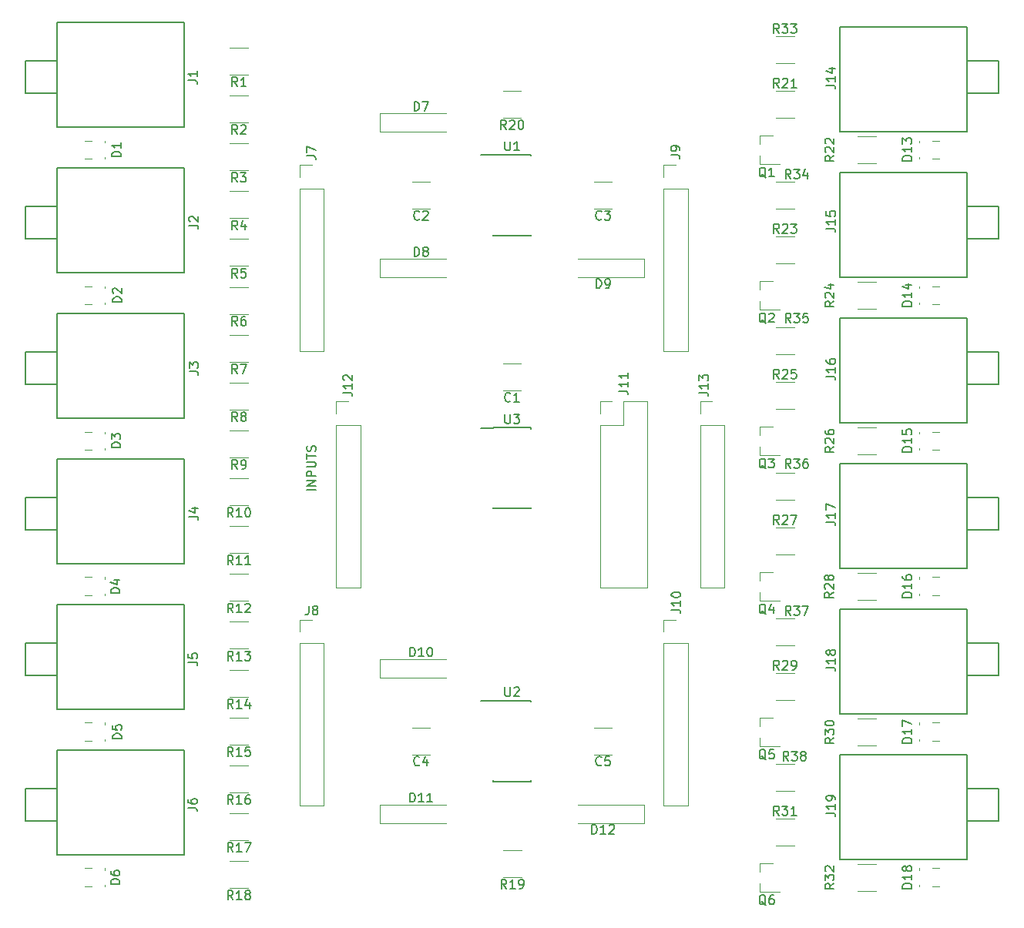
<source format=gbr>
G04 #@! TF.GenerationSoftware,KiCad,Pcbnew,9.0.0*
G04 #@! TF.CreationDate,2025-02-23T15:39:26-07:00*
G04 #@! TF.ProjectId,NOT,4e4f542e-6b69-4636-9164-5f7063625858,rev?*
G04 #@! TF.SameCoordinates,Original*
G04 #@! TF.FileFunction,Legend,Top*
G04 #@! TF.FilePolarity,Positive*
%FSLAX46Y46*%
G04 Gerber Fmt 4.6, Leading zero omitted, Abs format (unit mm)*
G04 Created by KiCad (PCBNEW 9.0.0) date 2025-02-23 15:39:26*
%MOMM*%
%LPD*%
G01*
G04 APERTURE LIST*
%ADD10C,0.150000*%
%ADD11C,0.120000*%
G04 APERTURE END LIST*
D10*
X28454819Y-52404761D02*
X27454819Y-52404761D01*
X28454819Y-51928571D02*
X27454819Y-51928571D01*
X27454819Y-51928571D02*
X28454819Y-51357143D01*
X28454819Y-51357143D02*
X27454819Y-51357143D01*
X28454819Y-50880952D02*
X27454819Y-50880952D01*
X27454819Y-50880952D02*
X27454819Y-50500000D01*
X27454819Y-50500000D02*
X27502438Y-50404762D01*
X27502438Y-50404762D02*
X27550057Y-50357143D01*
X27550057Y-50357143D02*
X27645295Y-50309524D01*
X27645295Y-50309524D02*
X27788152Y-50309524D01*
X27788152Y-50309524D02*
X27883390Y-50357143D01*
X27883390Y-50357143D02*
X27931009Y-50404762D01*
X27931009Y-50404762D02*
X27978628Y-50500000D01*
X27978628Y-50500000D02*
X27978628Y-50880952D01*
X27454819Y-49880952D02*
X28264342Y-49880952D01*
X28264342Y-49880952D02*
X28359580Y-49833333D01*
X28359580Y-49833333D02*
X28407200Y-49785714D01*
X28407200Y-49785714D02*
X28454819Y-49690476D01*
X28454819Y-49690476D02*
X28454819Y-49500000D01*
X28454819Y-49500000D02*
X28407200Y-49404762D01*
X28407200Y-49404762D02*
X28359580Y-49357143D01*
X28359580Y-49357143D02*
X28264342Y-49309524D01*
X28264342Y-49309524D02*
X27454819Y-49309524D01*
X27454819Y-48976190D02*
X27454819Y-48404762D01*
X28454819Y-48690476D02*
X27454819Y-48690476D01*
X28407200Y-48119047D02*
X28454819Y-47976190D01*
X28454819Y-47976190D02*
X28454819Y-47738095D01*
X28454819Y-47738095D02*
X28407200Y-47642857D01*
X28407200Y-47642857D02*
X28359580Y-47595238D01*
X28359580Y-47595238D02*
X28264342Y-47547619D01*
X28264342Y-47547619D02*
X28169104Y-47547619D01*
X28169104Y-47547619D02*
X28073866Y-47595238D01*
X28073866Y-47595238D02*
X28026247Y-47642857D01*
X28026247Y-47642857D02*
X27978628Y-47738095D01*
X27978628Y-47738095D02*
X27931009Y-47928571D01*
X27931009Y-47928571D02*
X27883390Y-48023809D01*
X27883390Y-48023809D02*
X27835771Y-48071428D01*
X27835771Y-48071428D02*
X27740533Y-48119047D01*
X27740533Y-48119047D02*
X27645295Y-48119047D01*
X27645295Y-48119047D02*
X27550057Y-48071428D01*
X27550057Y-48071428D02*
X27502438Y-48023809D01*
X27502438Y-48023809D02*
X27454819Y-47928571D01*
X27454819Y-47928571D02*
X27454819Y-47690476D01*
X27454819Y-47690476D02*
X27502438Y-47547619D01*
X7046119Y-15741874D02*
X6046119Y-15741874D01*
X6046119Y-15741874D02*
X6046119Y-15503779D01*
X6046119Y-15503779D02*
X6093738Y-15360922D01*
X6093738Y-15360922D02*
X6188976Y-15265684D01*
X6188976Y-15265684D02*
X6284214Y-15218065D01*
X6284214Y-15218065D02*
X6474690Y-15170446D01*
X6474690Y-15170446D02*
X6617547Y-15170446D01*
X6617547Y-15170446D02*
X6808023Y-15218065D01*
X6808023Y-15218065D02*
X6903261Y-15265684D01*
X6903261Y-15265684D02*
X6998500Y-15360922D01*
X6998500Y-15360922D02*
X7046119Y-15503779D01*
X7046119Y-15503779D02*
X7046119Y-15741874D01*
X7046119Y-14218065D02*
X7046119Y-14789493D01*
X7046119Y-14503779D02*
X6046119Y-14503779D01*
X6046119Y-14503779D02*
X6188976Y-14599017D01*
X6188976Y-14599017D02*
X6284214Y-14694255D01*
X6284214Y-14694255D02*
X6331833Y-14789493D01*
X7114699Y-31736254D02*
X6114699Y-31736254D01*
X6114699Y-31736254D02*
X6114699Y-31498159D01*
X6114699Y-31498159D02*
X6162318Y-31355302D01*
X6162318Y-31355302D02*
X6257556Y-31260064D01*
X6257556Y-31260064D02*
X6352794Y-31212445D01*
X6352794Y-31212445D02*
X6543270Y-31164826D01*
X6543270Y-31164826D02*
X6686127Y-31164826D01*
X6686127Y-31164826D02*
X6876603Y-31212445D01*
X6876603Y-31212445D02*
X6971841Y-31260064D01*
X6971841Y-31260064D02*
X7067080Y-31355302D01*
X7067080Y-31355302D02*
X7114699Y-31498159D01*
X7114699Y-31498159D02*
X7114699Y-31736254D01*
X6209937Y-30783873D02*
X6162318Y-30736254D01*
X6162318Y-30736254D02*
X6114699Y-30641016D01*
X6114699Y-30641016D02*
X6114699Y-30402921D01*
X6114699Y-30402921D02*
X6162318Y-30307683D01*
X6162318Y-30307683D02*
X6209937Y-30260064D01*
X6209937Y-30260064D02*
X6305175Y-30212445D01*
X6305175Y-30212445D02*
X6400413Y-30212445D01*
X6400413Y-30212445D02*
X6543270Y-30260064D01*
X6543270Y-30260064D02*
X7114699Y-30831492D01*
X7114699Y-30831492D02*
X7114699Y-30212445D01*
X6980079Y-47738254D02*
X5980079Y-47738254D01*
X5980079Y-47738254D02*
X5980079Y-47500159D01*
X5980079Y-47500159D02*
X6027698Y-47357302D01*
X6027698Y-47357302D02*
X6122936Y-47262064D01*
X6122936Y-47262064D02*
X6218174Y-47214445D01*
X6218174Y-47214445D02*
X6408650Y-47166826D01*
X6408650Y-47166826D02*
X6551507Y-47166826D01*
X6551507Y-47166826D02*
X6741983Y-47214445D01*
X6741983Y-47214445D02*
X6837221Y-47262064D01*
X6837221Y-47262064D02*
X6932460Y-47357302D01*
X6932460Y-47357302D02*
X6980079Y-47500159D01*
X6980079Y-47500159D02*
X6980079Y-47738254D01*
X5980079Y-46833492D02*
X5980079Y-46214445D01*
X5980079Y-46214445D02*
X6361031Y-46547778D01*
X6361031Y-46547778D02*
X6361031Y-46404921D01*
X6361031Y-46404921D02*
X6408650Y-46309683D01*
X6408650Y-46309683D02*
X6456269Y-46262064D01*
X6456269Y-46262064D02*
X6551507Y-46214445D01*
X6551507Y-46214445D02*
X6789602Y-46214445D01*
X6789602Y-46214445D02*
X6884840Y-46262064D01*
X6884840Y-46262064D02*
X6932460Y-46309683D01*
X6932460Y-46309683D02*
X6980079Y-46404921D01*
X6980079Y-46404921D02*
X6980079Y-46690635D01*
X6980079Y-46690635D02*
X6932460Y-46785873D01*
X6932460Y-46785873D02*
X6884840Y-46833492D01*
X6908959Y-63740254D02*
X5908959Y-63740254D01*
X5908959Y-63740254D02*
X5908959Y-63502159D01*
X5908959Y-63502159D02*
X5956578Y-63359302D01*
X5956578Y-63359302D02*
X6051816Y-63264064D01*
X6051816Y-63264064D02*
X6147054Y-63216445D01*
X6147054Y-63216445D02*
X6337530Y-63168826D01*
X6337530Y-63168826D02*
X6480387Y-63168826D01*
X6480387Y-63168826D02*
X6670863Y-63216445D01*
X6670863Y-63216445D02*
X6766101Y-63264064D01*
X6766101Y-63264064D02*
X6861340Y-63359302D01*
X6861340Y-63359302D02*
X6908959Y-63502159D01*
X6908959Y-63502159D02*
X6908959Y-63740254D01*
X6242292Y-62311683D02*
X6908959Y-62311683D01*
X5861340Y-62549778D02*
X6575625Y-62787873D01*
X6575625Y-62787873D02*
X6575625Y-62168826D01*
X7104539Y-79742254D02*
X6104539Y-79742254D01*
X6104539Y-79742254D02*
X6104539Y-79504159D01*
X6104539Y-79504159D02*
X6152158Y-79361302D01*
X6152158Y-79361302D02*
X6247396Y-79266064D01*
X6247396Y-79266064D02*
X6342634Y-79218445D01*
X6342634Y-79218445D02*
X6533110Y-79170826D01*
X6533110Y-79170826D02*
X6675967Y-79170826D01*
X6675967Y-79170826D02*
X6866443Y-79218445D01*
X6866443Y-79218445D02*
X6961681Y-79266064D01*
X6961681Y-79266064D02*
X7056920Y-79361302D01*
X7056920Y-79361302D02*
X7104539Y-79504159D01*
X7104539Y-79504159D02*
X7104539Y-79742254D01*
X6104539Y-78266064D02*
X6104539Y-78742254D01*
X6104539Y-78742254D02*
X6580729Y-78789873D01*
X6580729Y-78789873D02*
X6533110Y-78742254D01*
X6533110Y-78742254D02*
X6485491Y-78647016D01*
X6485491Y-78647016D02*
X6485491Y-78408921D01*
X6485491Y-78408921D02*
X6533110Y-78313683D01*
X6533110Y-78313683D02*
X6580729Y-78266064D01*
X6580729Y-78266064D02*
X6675967Y-78218445D01*
X6675967Y-78218445D02*
X6914062Y-78218445D01*
X6914062Y-78218445D02*
X7009300Y-78266064D01*
X7009300Y-78266064D02*
X7056920Y-78313683D01*
X7056920Y-78313683D02*
X7104539Y-78408921D01*
X7104539Y-78408921D02*
X7104539Y-78647016D01*
X7104539Y-78647016D02*
X7056920Y-78742254D01*
X7056920Y-78742254D02*
X7009300Y-78789873D01*
X6906419Y-95736634D02*
X5906419Y-95736634D01*
X5906419Y-95736634D02*
X5906419Y-95498539D01*
X5906419Y-95498539D02*
X5954038Y-95355682D01*
X5954038Y-95355682D02*
X6049276Y-95260444D01*
X6049276Y-95260444D02*
X6144514Y-95212825D01*
X6144514Y-95212825D02*
X6334990Y-95165206D01*
X6334990Y-95165206D02*
X6477847Y-95165206D01*
X6477847Y-95165206D02*
X6668323Y-95212825D01*
X6668323Y-95212825D02*
X6763561Y-95260444D01*
X6763561Y-95260444D02*
X6858800Y-95355682D01*
X6858800Y-95355682D02*
X6906419Y-95498539D01*
X6906419Y-95498539D02*
X6906419Y-95736634D01*
X5906419Y-94308063D02*
X5906419Y-94498539D01*
X5906419Y-94498539D02*
X5954038Y-94593777D01*
X5954038Y-94593777D02*
X6001657Y-94641396D01*
X6001657Y-94641396D02*
X6144514Y-94736634D01*
X6144514Y-94736634D02*
X6334990Y-94784253D01*
X6334990Y-94784253D02*
X6715942Y-94784253D01*
X6715942Y-94784253D02*
X6811180Y-94736634D01*
X6811180Y-94736634D02*
X6858800Y-94689015D01*
X6858800Y-94689015D02*
X6906419Y-94593777D01*
X6906419Y-94593777D02*
X6906419Y-94403301D01*
X6906419Y-94403301D02*
X6858800Y-94308063D01*
X6858800Y-94308063D02*
X6811180Y-94260444D01*
X6811180Y-94260444D02*
X6715942Y-94212825D01*
X6715942Y-94212825D02*
X6477847Y-94212825D01*
X6477847Y-94212825D02*
X6382609Y-94260444D01*
X6382609Y-94260444D02*
X6334990Y-94308063D01*
X6334990Y-94308063D02*
X6287371Y-94403301D01*
X6287371Y-94403301D02*
X6287371Y-94593777D01*
X6287371Y-94593777D02*
X6334990Y-94689015D01*
X6334990Y-94689015D02*
X6382609Y-94736634D01*
X6382609Y-94736634D02*
X6477847Y-94784253D01*
X93926819Y-16200285D02*
X92926819Y-16200285D01*
X92926819Y-16200285D02*
X92926819Y-15962190D01*
X92926819Y-15962190D02*
X92974438Y-15819333D01*
X92974438Y-15819333D02*
X93069676Y-15724095D01*
X93069676Y-15724095D02*
X93164914Y-15676476D01*
X93164914Y-15676476D02*
X93355390Y-15628857D01*
X93355390Y-15628857D02*
X93498247Y-15628857D01*
X93498247Y-15628857D02*
X93688723Y-15676476D01*
X93688723Y-15676476D02*
X93783961Y-15724095D01*
X93783961Y-15724095D02*
X93879200Y-15819333D01*
X93879200Y-15819333D02*
X93926819Y-15962190D01*
X93926819Y-15962190D02*
X93926819Y-16200285D01*
X93926819Y-14676476D02*
X93926819Y-15247904D01*
X93926819Y-14962190D02*
X92926819Y-14962190D01*
X92926819Y-14962190D02*
X93069676Y-15057428D01*
X93069676Y-15057428D02*
X93164914Y-15152666D01*
X93164914Y-15152666D02*
X93212533Y-15247904D01*
X92926819Y-14343142D02*
X92926819Y-13724095D01*
X92926819Y-13724095D02*
X93307771Y-14057428D01*
X93307771Y-14057428D02*
X93307771Y-13914571D01*
X93307771Y-13914571D02*
X93355390Y-13819333D01*
X93355390Y-13819333D02*
X93403009Y-13771714D01*
X93403009Y-13771714D02*
X93498247Y-13724095D01*
X93498247Y-13724095D02*
X93736342Y-13724095D01*
X93736342Y-13724095D02*
X93831580Y-13771714D01*
X93831580Y-13771714D02*
X93879200Y-13819333D01*
X93879200Y-13819333D02*
X93926819Y-13914571D01*
X93926819Y-13914571D02*
X93926819Y-14200285D01*
X93926819Y-14200285D02*
X93879200Y-14295523D01*
X93879200Y-14295523D02*
X93831580Y-14343142D01*
X93926819Y-32202285D02*
X92926819Y-32202285D01*
X92926819Y-32202285D02*
X92926819Y-31964190D01*
X92926819Y-31964190D02*
X92974438Y-31821333D01*
X92974438Y-31821333D02*
X93069676Y-31726095D01*
X93069676Y-31726095D02*
X93164914Y-31678476D01*
X93164914Y-31678476D02*
X93355390Y-31630857D01*
X93355390Y-31630857D02*
X93498247Y-31630857D01*
X93498247Y-31630857D02*
X93688723Y-31678476D01*
X93688723Y-31678476D02*
X93783961Y-31726095D01*
X93783961Y-31726095D02*
X93879200Y-31821333D01*
X93879200Y-31821333D02*
X93926819Y-31964190D01*
X93926819Y-31964190D02*
X93926819Y-32202285D01*
X93926819Y-30678476D02*
X93926819Y-31249904D01*
X93926819Y-30964190D02*
X92926819Y-30964190D01*
X92926819Y-30964190D02*
X93069676Y-31059428D01*
X93069676Y-31059428D02*
X93164914Y-31154666D01*
X93164914Y-31154666D02*
X93212533Y-31249904D01*
X93260152Y-29821333D02*
X93926819Y-29821333D01*
X92879200Y-30059428D02*
X93593485Y-30297523D01*
X93593485Y-30297523D02*
X93593485Y-29678476D01*
X93926819Y-48204285D02*
X92926819Y-48204285D01*
X92926819Y-48204285D02*
X92926819Y-47966190D01*
X92926819Y-47966190D02*
X92974438Y-47823333D01*
X92974438Y-47823333D02*
X93069676Y-47728095D01*
X93069676Y-47728095D02*
X93164914Y-47680476D01*
X93164914Y-47680476D02*
X93355390Y-47632857D01*
X93355390Y-47632857D02*
X93498247Y-47632857D01*
X93498247Y-47632857D02*
X93688723Y-47680476D01*
X93688723Y-47680476D02*
X93783961Y-47728095D01*
X93783961Y-47728095D02*
X93879200Y-47823333D01*
X93879200Y-47823333D02*
X93926819Y-47966190D01*
X93926819Y-47966190D02*
X93926819Y-48204285D01*
X93926819Y-46680476D02*
X93926819Y-47251904D01*
X93926819Y-46966190D02*
X92926819Y-46966190D01*
X92926819Y-46966190D02*
X93069676Y-47061428D01*
X93069676Y-47061428D02*
X93164914Y-47156666D01*
X93164914Y-47156666D02*
X93212533Y-47251904D01*
X92926819Y-45775714D02*
X92926819Y-46251904D01*
X92926819Y-46251904D02*
X93403009Y-46299523D01*
X93403009Y-46299523D02*
X93355390Y-46251904D01*
X93355390Y-46251904D02*
X93307771Y-46156666D01*
X93307771Y-46156666D02*
X93307771Y-45918571D01*
X93307771Y-45918571D02*
X93355390Y-45823333D01*
X93355390Y-45823333D02*
X93403009Y-45775714D01*
X93403009Y-45775714D02*
X93498247Y-45728095D01*
X93498247Y-45728095D02*
X93736342Y-45728095D01*
X93736342Y-45728095D02*
X93831580Y-45775714D01*
X93831580Y-45775714D02*
X93879200Y-45823333D01*
X93879200Y-45823333D02*
X93926819Y-45918571D01*
X93926819Y-45918571D02*
X93926819Y-46156666D01*
X93926819Y-46156666D02*
X93879200Y-46251904D01*
X93879200Y-46251904D02*
X93831580Y-46299523D01*
X93926819Y-64206285D02*
X92926819Y-64206285D01*
X92926819Y-64206285D02*
X92926819Y-63968190D01*
X92926819Y-63968190D02*
X92974438Y-63825333D01*
X92974438Y-63825333D02*
X93069676Y-63730095D01*
X93069676Y-63730095D02*
X93164914Y-63682476D01*
X93164914Y-63682476D02*
X93355390Y-63634857D01*
X93355390Y-63634857D02*
X93498247Y-63634857D01*
X93498247Y-63634857D02*
X93688723Y-63682476D01*
X93688723Y-63682476D02*
X93783961Y-63730095D01*
X93783961Y-63730095D02*
X93879200Y-63825333D01*
X93879200Y-63825333D02*
X93926819Y-63968190D01*
X93926819Y-63968190D02*
X93926819Y-64206285D01*
X93926819Y-62682476D02*
X93926819Y-63253904D01*
X93926819Y-62968190D02*
X92926819Y-62968190D01*
X92926819Y-62968190D02*
X93069676Y-63063428D01*
X93069676Y-63063428D02*
X93164914Y-63158666D01*
X93164914Y-63158666D02*
X93212533Y-63253904D01*
X92926819Y-61825333D02*
X92926819Y-62015809D01*
X92926819Y-62015809D02*
X92974438Y-62111047D01*
X92974438Y-62111047D02*
X93022057Y-62158666D01*
X93022057Y-62158666D02*
X93164914Y-62253904D01*
X93164914Y-62253904D02*
X93355390Y-62301523D01*
X93355390Y-62301523D02*
X93736342Y-62301523D01*
X93736342Y-62301523D02*
X93831580Y-62253904D01*
X93831580Y-62253904D02*
X93879200Y-62206285D01*
X93879200Y-62206285D02*
X93926819Y-62111047D01*
X93926819Y-62111047D02*
X93926819Y-61920571D01*
X93926819Y-61920571D02*
X93879200Y-61825333D01*
X93879200Y-61825333D02*
X93831580Y-61777714D01*
X93831580Y-61777714D02*
X93736342Y-61730095D01*
X93736342Y-61730095D02*
X93498247Y-61730095D01*
X93498247Y-61730095D02*
X93403009Y-61777714D01*
X93403009Y-61777714D02*
X93355390Y-61825333D01*
X93355390Y-61825333D02*
X93307771Y-61920571D01*
X93307771Y-61920571D02*
X93307771Y-62111047D01*
X93307771Y-62111047D02*
X93355390Y-62206285D01*
X93355390Y-62206285D02*
X93403009Y-62253904D01*
X93403009Y-62253904D02*
X93498247Y-62301523D01*
X93926819Y-80208285D02*
X92926819Y-80208285D01*
X92926819Y-80208285D02*
X92926819Y-79970190D01*
X92926819Y-79970190D02*
X92974438Y-79827333D01*
X92974438Y-79827333D02*
X93069676Y-79732095D01*
X93069676Y-79732095D02*
X93164914Y-79684476D01*
X93164914Y-79684476D02*
X93355390Y-79636857D01*
X93355390Y-79636857D02*
X93498247Y-79636857D01*
X93498247Y-79636857D02*
X93688723Y-79684476D01*
X93688723Y-79684476D02*
X93783961Y-79732095D01*
X93783961Y-79732095D02*
X93879200Y-79827333D01*
X93879200Y-79827333D02*
X93926819Y-79970190D01*
X93926819Y-79970190D02*
X93926819Y-80208285D01*
X93926819Y-78684476D02*
X93926819Y-79255904D01*
X93926819Y-78970190D02*
X92926819Y-78970190D01*
X92926819Y-78970190D02*
X93069676Y-79065428D01*
X93069676Y-79065428D02*
X93164914Y-79160666D01*
X93164914Y-79160666D02*
X93212533Y-79255904D01*
X92926819Y-78351142D02*
X92926819Y-77684476D01*
X92926819Y-77684476D02*
X93926819Y-78113047D01*
X93926819Y-96210285D02*
X92926819Y-96210285D01*
X92926819Y-96210285D02*
X92926819Y-95972190D01*
X92926819Y-95972190D02*
X92974438Y-95829333D01*
X92974438Y-95829333D02*
X93069676Y-95734095D01*
X93069676Y-95734095D02*
X93164914Y-95686476D01*
X93164914Y-95686476D02*
X93355390Y-95638857D01*
X93355390Y-95638857D02*
X93498247Y-95638857D01*
X93498247Y-95638857D02*
X93688723Y-95686476D01*
X93688723Y-95686476D02*
X93783961Y-95734095D01*
X93783961Y-95734095D02*
X93879200Y-95829333D01*
X93879200Y-95829333D02*
X93926819Y-95972190D01*
X93926819Y-95972190D02*
X93926819Y-96210285D01*
X93926819Y-94686476D02*
X93926819Y-95257904D01*
X93926819Y-94972190D02*
X92926819Y-94972190D01*
X92926819Y-94972190D02*
X93069676Y-95067428D01*
X93069676Y-95067428D02*
X93164914Y-95162666D01*
X93164914Y-95162666D02*
X93212533Y-95257904D01*
X93355390Y-94115047D02*
X93307771Y-94210285D01*
X93307771Y-94210285D02*
X93260152Y-94257904D01*
X93260152Y-94257904D02*
X93164914Y-94305523D01*
X93164914Y-94305523D02*
X93117295Y-94305523D01*
X93117295Y-94305523D02*
X93022057Y-94257904D01*
X93022057Y-94257904D02*
X92974438Y-94210285D01*
X92974438Y-94210285D02*
X92926819Y-94115047D01*
X92926819Y-94115047D02*
X92926819Y-93924571D01*
X92926819Y-93924571D02*
X92974438Y-93829333D01*
X92974438Y-93829333D02*
X93022057Y-93781714D01*
X93022057Y-93781714D02*
X93117295Y-93734095D01*
X93117295Y-93734095D02*
X93164914Y-93734095D01*
X93164914Y-93734095D02*
X93260152Y-93781714D01*
X93260152Y-93781714D02*
X93307771Y-93829333D01*
X93307771Y-93829333D02*
X93355390Y-93924571D01*
X93355390Y-93924571D02*
X93355390Y-94115047D01*
X93355390Y-94115047D02*
X93403009Y-94210285D01*
X93403009Y-94210285D02*
X93450628Y-94257904D01*
X93450628Y-94257904D02*
X93545866Y-94305523D01*
X93545866Y-94305523D02*
X93736342Y-94305523D01*
X93736342Y-94305523D02*
X93831580Y-94257904D01*
X93831580Y-94257904D02*
X93879200Y-94210285D01*
X93879200Y-94210285D02*
X93926819Y-94115047D01*
X93926819Y-94115047D02*
X93926819Y-93924571D01*
X93926819Y-93924571D02*
X93879200Y-93829333D01*
X93879200Y-93829333D02*
X93831580Y-93781714D01*
X93831580Y-93781714D02*
X93736342Y-93734095D01*
X93736342Y-93734095D02*
X93545866Y-93734095D01*
X93545866Y-93734095D02*
X93450628Y-93781714D01*
X93450628Y-93781714D02*
X93403009Y-93829333D01*
X93403009Y-93829333D02*
X93355390Y-93924571D01*
X14433199Y-7341193D02*
X15147484Y-7341193D01*
X15147484Y-7341193D02*
X15290341Y-7388812D01*
X15290341Y-7388812D02*
X15385580Y-7484050D01*
X15385580Y-7484050D02*
X15433199Y-7626907D01*
X15433199Y-7626907D02*
X15433199Y-7722145D01*
X15433199Y-6341193D02*
X15433199Y-6912621D01*
X15433199Y-6626907D02*
X14433199Y-6626907D01*
X14433199Y-6626907D02*
X14576056Y-6722145D01*
X14576056Y-6722145D02*
X14671294Y-6817383D01*
X14671294Y-6817383D02*
X14718913Y-6912621D01*
X14544959Y-39360433D02*
X15259244Y-39360433D01*
X15259244Y-39360433D02*
X15402101Y-39408052D01*
X15402101Y-39408052D02*
X15497340Y-39503290D01*
X15497340Y-39503290D02*
X15544959Y-39646147D01*
X15544959Y-39646147D02*
X15544959Y-39741385D01*
X14544959Y-38979480D02*
X14544959Y-38360433D01*
X14544959Y-38360433D02*
X14925911Y-38693766D01*
X14925911Y-38693766D02*
X14925911Y-38550909D01*
X14925911Y-38550909D02*
X14973530Y-38455671D01*
X14973530Y-38455671D02*
X15021149Y-38408052D01*
X15021149Y-38408052D02*
X15116387Y-38360433D01*
X15116387Y-38360433D02*
X15354482Y-38360433D01*
X15354482Y-38360433D02*
X15449720Y-38408052D01*
X15449720Y-38408052D02*
X15497340Y-38455671D01*
X15497340Y-38455671D02*
X15544959Y-38550909D01*
X15544959Y-38550909D02*
X15544959Y-38836623D01*
X15544959Y-38836623D02*
X15497340Y-38931861D01*
X15497340Y-38931861D02*
X15449720Y-38979480D01*
X14524639Y-55314173D02*
X15238924Y-55314173D01*
X15238924Y-55314173D02*
X15381781Y-55361792D01*
X15381781Y-55361792D02*
X15477020Y-55457030D01*
X15477020Y-55457030D02*
X15524639Y-55599887D01*
X15524639Y-55599887D02*
X15524639Y-55695125D01*
X14857972Y-54409411D02*
X15524639Y-54409411D01*
X14477020Y-54647506D02*
X15191305Y-54885601D01*
X15191305Y-54885601D02*
X15191305Y-54266554D01*
X14443359Y-71326333D02*
X15157644Y-71326333D01*
X15157644Y-71326333D02*
X15300501Y-71373952D01*
X15300501Y-71373952D02*
X15395740Y-71469190D01*
X15395740Y-71469190D02*
X15443359Y-71612047D01*
X15443359Y-71612047D02*
X15443359Y-71707285D01*
X14443359Y-70373952D02*
X14443359Y-70850142D01*
X14443359Y-70850142D02*
X14919549Y-70897761D01*
X14919549Y-70897761D02*
X14871930Y-70850142D01*
X14871930Y-70850142D02*
X14824311Y-70754904D01*
X14824311Y-70754904D02*
X14824311Y-70516809D01*
X14824311Y-70516809D02*
X14871930Y-70421571D01*
X14871930Y-70421571D02*
X14919549Y-70373952D01*
X14919549Y-70373952D02*
X15014787Y-70326333D01*
X15014787Y-70326333D02*
X15252882Y-70326333D01*
X15252882Y-70326333D02*
X15348120Y-70373952D01*
X15348120Y-70373952D02*
X15395740Y-70421571D01*
X15395740Y-70421571D02*
X15443359Y-70516809D01*
X15443359Y-70516809D02*
X15443359Y-70754904D01*
X15443359Y-70754904D02*
X15395740Y-70850142D01*
X15395740Y-70850142D02*
X15348120Y-70897761D01*
X14397639Y-87335953D02*
X15111924Y-87335953D01*
X15111924Y-87335953D02*
X15254781Y-87383572D01*
X15254781Y-87383572D02*
X15350020Y-87478810D01*
X15350020Y-87478810D02*
X15397639Y-87621667D01*
X15397639Y-87621667D02*
X15397639Y-87716905D01*
X14397639Y-86431191D02*
X14397639Y-86621667D01*
X14397639Y-86621667D02*
X14445258Y-86716905D01*
X14445258Y-86716905D02*
X14492877Y-86764524D01*
X14492877Y-86764524D02*
X14635734Y-86859762D01*
X14635734Y-86859762D02*
X14826210Y-86907381D01*
X14826210Y-86907381D02*
X15207162Y-86907381D01*
X15207162Y-86907381D02*
X15302400Y-86859762D01*
X15302400Y-86859762D02*
X15350020Y-86812143D01*
X15350020Y-86812143D02*
X15397639Y-86716905D01*
X15397639Y-86716905D02*
X15397639Y-86526429D01*
X15397639Y-86526429D02*
X15350020Y-86431191D01*
X15350020Y-86431191D02*
X15302400Y-86383572D01*
X15302400Y-86383572D02*
X15207162Y-86335953D01*
X15207162Y-86335953D02*
X14969067Y-86335953D01*
X14969067Y-86335953D02*
X14873829Y-86383572D01*
X14873829Y-86383572D02*
X14826210Y-86431191D01*
X14826210Y-86431191D02*
X14778591Y-86526429D01*
X14778591Y-86526429D02*
X14778591Y-86716905D01*
X14778591Y-86716905D02*
X14826210Y-86812143D01*
X14826210Y-86812143D02*
X14873829Y-86859762D01*
X14873829Y-86859762D02*
X14969067Y-86907381D01*
X27453239Y-15661213D02*
X28167524Y-15661213D01*
X28167524Y-15661213D02*
X28310381Y-15708832D01*
X28310381Y-15708832D02*
X28405620Y-15804070D01*
X28405620Y-15804070D02*
X28453239Y-15946927D01*
X28453239Y-15946927D02*
X28453239Y-16042165D01*
X27453239Y-15280260D02*
X27453239Y-14613594D01*
X27453239Y-14613594D02*
X28453239Y-15042165D01*
X27666666Y-65124819D02*
X27666666Y-65839104D01*
X27666666Y-65839104D02*
X27619047Y-65981961D01*
X27619047Y-65981961D02*
X27523809Y-66077200D01*
X27523809Y-66077200D02*
X27380952Y-66124819D01*
X27380952Y-66124819D02*
X27285714Y-66124819D01*
X28285714Y-65553390D02*
X28190476Y-65505771D01*
X28190476Y-65505771D02*
X28142857Y-65458152D01*
X28142857Y-65458152D02*
X28095238Y-65362914D01*
X28095238Y-65362914D02*
X28095238Y-65315295D01*
X28095238Y-65315295D02*
X28142857Y-65220057D01*
X28142857Y-65220057D02*
X28190476Y-65172438D01*
X28190476Y-65172438D02*
X28285714Y-65124819D01*
X28285714Y-65124819D02*
X28476190Y-65124819D01*
X28476190Y-65124819D02*
X28571428Y-65172438D01*
X28571428Y-65172438D02*
X28619047Y-65220057D01*
X28619047Y-65220057D02*
X28666666Y-65315295D01*
X28666666Y-65315295D02*
X28666666Y-65362914D01*
X28666666Y-65362914D02*
X28619047Y-65458152D01*
X28619047Y-65458152D02*
X28571428Y-65505771D01*
X28571428Y-65505771D02*
X28476190Y-65553390D01*
X28476190Y-65553390D02*
X28285714Y-65553390D01*
X28285714Y-65553390D02*
X28190476Y-65601009D01*
X28190476Y-65601009D02*
X28142857Y-65648628D01*
X28142857Y-65648628D02*
X28095238Y-65743866D01*
X28095238Y-65743866D02*
X28095238Y-65934342D01*
X28095238Y-65934342D02*
X28142857Y-66029580D01*
X28142857Y-66029580D02*
X28190476Y-66077200D01*
X28190476Y-66077200D02*
X28285714Y-66124819D01*
X28285714Y-66124819D02*
X28476190Y-66124819D01*
X28476190Y-66124819D02*
X28571428Y-66077200D01*
X28571428Y-66077200D02*
X28619047Y-66029580D01*
X28619047Y-66029580D02*
X28666666Y-65934342D01*
X28666666Y-65934342D02*
X28666666Y-65743866D01*
X28666666Y-65743866D02*
X28619047Y-65648628D01*
X28619047Y-65648628D02*
X28571428Y-65601009D01*
X28571428Y-65601009D02*
X28476190Y-65553390D01*
X67454819Y-15573333D02*
X68169104Y-15573333D01*
X68169104Y-15573333D02*
X68311961Y-15620952D01*
X68311961Y-15620952D02*
X68407200Y-15716190D01*
X68407200Y-15716190D02*
X68454819Y-15859047D01*
X68454819Y-15859047D02*
X68454819Y-15954285D01*
X68454819Y-15049523D02*
X68454819Y-14859047D01*
X68454819Y-14859047D02*
X68407200Y-14763809D01*
X68407200Y-14763809D02*
X68359580Y-14716190D01*
X68359580Y-14716190D02*
X68216723Y-14620952D01*
X68216723Y-14620952D02*
X68026247Y-14573333D01*
X68026247Y-14573333D02*
X67645295Y-14573333D01*
X67645295Y-14573333D02*
X67550057Y-14620952D01*
X67550057Y-14620952D02*
X67502438Y-14668571D01*
X67502438Y-14668571D02*
X67454819Y-14763809D01*
X67454819Y-14763809D02*
X67454819Y-14954285D01*
X67454819Y-14954285D02*
X67502438Y-15049523D01*
X67502438Y-15049523D02*
X67550057Y-15097142D01*
X67550057Y-15097142D02*
X67645295Y-15144761D01*
X67645295Y-15144761D02*
X67883390Y-15144761D01*
X67883390Y-15144761D02*
X67978628Y-15097142D01*
X67978628Y-15097142D02*
X68026247Y-15049523D01*
X68026247Y-15049523D02*
X68073866Y-14954285D01*
X68073866Y-14954285D02*
X68073866Y-14763809D01*
X68073866Y-14763809D02*
X68026247Y-14668571D01*
X68026247Y-14668571D02*
X67978628Y-14620952D01*
X67978628Y-14620952D02*
X67883390Y-14573333D01*
X67526819Y-65579523D02*
X68241104Y-65579523D01*
X68241104Y-65579523D02*
X68383961Y-65627142D01*
X68383961Y-65627142D02*
X68479200Y-65722380D01*
X68479200Y-65722380D02*
X68526819Y-65865237D01*
X68526819Y-65865237D02*
X68526819Y-65960475D01*
X68526819Y-64579523D02*
X68526819Y-65150951D01*
X68526819Y-64865237D02*
X67526819Y-64865237D01*
X67526819Y-64865237D02*
X67669676Y-64960475D01*
X67669676Y-64960475D02*
X67764914Y-65055713D01*
X67764914Y-65055713D02*
X67812533Y-65150951D01*
X67526819Y-63960475D02*
X67526819Y-63865237D01*
X67526819Y-63865237D02*
X67574438Y-63769999D01*
X67574438Y-63769999D02*
X67622057Y-63722380D01*
X67622057Y-63722380D02*
X67717295Y-63674761D01*
X67717295Y-63674761D02*
X67907771Y-63627142D01*
X67907771Y-63627142D02*
X68145866Y-63627142D01*
X68145866Y-63627142D02*
X68336342Y-63674761D01*
X68336342Y-63674761D02*
X68431580Y-63722380D01*
X68431580Y-63722380D02*
X68479200Y-63769999D01*
X68479200Y-63769999D02*
X68526819Y-63865237D01*
X68526819Y-63865237D02*
X68526819Y-63960475D01*
X68526819Y-63960475D02*
X68479200Y-64055713D01*
X68479200Y-64055713D02*
X68431580Y-64103332D01*
X68431580Y-64103332D02*
X68336342Y-64150951D01*
X68336342Y-64150951D02*
X68145866Y-64198570D01*
X68145866Y-64198570D02*
X67907771Y-64198570D01*
X67907771Y-64198570D02*
X67717295Y-64150951D01*
X67717295Y-64150951D02*
X67622057Y-64103332D01*
X67622057Y-64103332D02*
X67574438Y-64055713D01*
X67574438Y-64055713D02*
X67526819Y-63960475D01*
X61744819Y-41501523D02*
X62459104Y-41501523D01*
X62459104Y-41501523D02*
X62601961Y-41549142D01*
X62601961Y-41549142D02*
X62697200Y-41644380D01*
X62697200Y-41644380D02*
X62744819Y-41787237D01*
X62744819Y-41787237D02*
X62744819Y-41882475D01*
X62744819Y-40501523D02*
X62744819Y-41072951D01*
X62744819Y-40787237D02*
X61744819Y-40787237D01*
X61744819Y-40787237D02*
X61887676Y-40882475D01*
X61887676Y-40882475D02*
X61982914Y-40977713D01*
X61982914Y-40977713D02*
X62030533Y-41072951D01*
X62744819Y-39549142D02*
X62744819Y-40120570D01*
X62744819Y-39834856D02*
X61744819Y-39834856D01*
X61744819Y-39834856D02*
X61887676Y-39930094D01*
X61887676Y-39930094D02*
X61982914Y-40025332D01*
X61982914Y-40025332D02*
X62030533Y-40120570D01*
X31458819Y-41703523D02*
X32173104Y-41703523D01*
X32173104Y-41703523D02*
X32315961Y-41751142D01*
X32315961Y-41751142D02*
X32411200Y-41846380D01*
X32411200Y-41846380D02*
X32458819Y-41989237D01*
X32458819Y-41989237D02*
X32458819Y-42084475D01*
X32458819Y-40703523D02*
X32458819Y-41274951D01*
X32458819Y-40989237D02*
X31458819Y-40989237D01*
X31458819Y-40989237D02*
X31601676Y-41084475D01*
X31601676Y-41084475D02*
X31696914Y-41179713D01*
X31696914Y-41179713D02*
X31744533Y-41274951D01*
X31554057Y-40322570D02*
X31506438Y-40274951D01*
X31506438Y-40274951D02*
X31458819Y-40179713D01*
X31458819Y-40179713D02*
X31458819Y-39941618D01*
X31458819Y-39941618D02*
X31506438Y-39846380D01*
X31506438Y-39846380D02*
X31554057Y-39798761D01*
X31554057Y-39798761D02*
X31649295Y-39751142D01*
X31649295Y-39751142D02*
X31744533Y-39751142D01*
X31744533Y-39751142D02*
X31887390Y-39798761D01*
X31887390Y-39798761D02*
X32458819Y-40370189D01*
X32458819Y-40370189D02*
X32458819Y-39751142D01*
X70574819Y-41703523D02*
X71289104Y-41703523D01*
X71289104Y-41703523D02*
X71431961Y-41751142D01*
X71431961Y-41751142D02*
X71527200Y-41846380D01*
X71527200Y-41846380D02*
X71574819Y-41989237D01*
X71574819Y-41989237D02*
X71574819Y-42084475D01*
X71574819Y-40703523D02*
X71574819Y-41274951D01*
X71574819Y-40989237D02*
X70574819Y-40989237D01*
X70574819Y-40989237D02*
X70717676Y-41084475D01*
X70717676Y-41084475D02*
X70812914Y-41179713D01*
X70812914Y-41179713D02*
X70860533Y-41274951D01*
X70574819Y-40370189D02*
X70574819Y-39751142D01*
X70574819Y-39751142D02*
X70955771Y-40084475D01*
X70955771Y-40084475D02*
X70955771Y-39941618D01*
X70955771Y-39941618D02*
X71003390Y-39846380D01*
X71003390Y-39846380D02*
X71051009Y-39798761D01*
X71051009Y-39798761D02*
X71146247Y-39751142D01*
X71146247Y-39751142D02*
X71384342Y-39751142D01*
X71384342Y-39751142D02*
X71479580Y-39798761D01*
X71479580Y-39798761D02*
X71527200Y-39846380D01*
X71527200Y-39846380D02*
X71574819Y-39941618D01*
X71574819Y-39941618D02*
X71574819Y-40227332D01*
X71574819Y-40227332D02*
X71527200Y-40322570D01*
X71527200Y-40322570D02*
X71479580Y-40370189D01*
X84544819Y-7921523D02*
X85259104Y-7921523D01*
X85259104Y-7921523D02*
X85401961Y-7969142D01*
X85401961Y-7969142D02*
X85497200Y-8064380D01*
X85497200Y-8064380D02*
X85544819Y-8207237D01*
X85544819Y-8207237D02*
X85544819Y-8302475D01*
X85544819Y-6921523D02*
X85544819Y-7492951D01*
X85544819Y-7207237D02*
X84544819Y-7207237D01*
X84544819Y-7207237D02*
X84687676Y-7302475D01*
X84687676Y-7302475D02*
X84782914Y-7397713D01*
X84782914Y-7397713D02*
X84830533Y-7492951D01*
X84878152Y-6064380D02*
X85544819Y-6064380D01*
X84497200Y-6302475D02*
X85211485Y-6540570D01*
X85211485Y-6540570D02*
X85211485Y-5921523D01*
X84544819Y-23669523D02*
X85259104Y-23669523D01*
X85259104Y-23669523D02*
X85401961Y-23717142D01*
X85401961Y-23717142D02*
X85497200Y-23812380D01*
X85497200Y-23812380D02*
X85544819Y-23955237D01*
X85544819Y-23955237D02*
X85544819Y-24050475D01*
X85544819Y-22669523D02*
X85544819Y-23240951D01*
X85544819Y-22955237D02*
X84544819Y-22955237D01*
X84544819Y-22955237D02*
X84687676Y-23050475D01*
X84687676Y-23050475D02*
X84782914Y-23145713D01*
X84782914Y-23145713D02*
X84830533Y-23240951D01*
X84544819Y-21764761D02*
X84544819Y-22240951D01*
X84544819Y-22240951D02*
X85021009Y-22288570D01*
X85021009Y-22288570D02*
X84973390Y-22240951D01*
X84973390Y-22240951D02*
X84925771Y-22145713D01*
X84925771Y-22145713D02*
X84925771Y-21907618D01*
X84925771Y-21907618D02*
X84973390Y-21812380D01*
X84973390Y-21812380D02*
X85021009Y-21764761D01*
X85021009Y-21764761D02*
X85116247Y-21717142D01*
X85116247Y-21717142D02*
X85354342Y-21717142D01*
X85354342Y-21717142D02*
X85449580Y-21764761D01*
X85449580Y-21764761D02*
X85497200Y-21812380D01*
X85497200Y-21812380D02*
X85544819Y-21907618D01*
X85544819Y-21907618D02*
X85544819Y-22145713D01*
X85544819Y-22145713D02*
X85497200Y-22240951D01*
X85497200Y-22240951D02*
X85449580Y-22288570D01*
X84544819Y-39925523D02*
X85259104Y-39925523D01*
X85259104Y-39925523D02*
X85401961Y-39973142D01*
X85401961Y-39973142D02*
X85497200Y-40068380D01*
X85497200Y-40068380D02*
X85544819Y-40211237D01*
X85544819Y-40211237D02*
X85544819Y-40306475D01*
X85544819Y-38925523D02*
X85544819Y-39496951D01*
X85544819Y-39211237D02*
X84544819Y-39211237D01*
X84544819Y-39211237D02*
X84687676Y-39306475D01*
X84687676Y-39306475D02*
X84782914Y-39401713D01*
X84782914Y-39401713D02*
X84830533Y-39496951D01*
X84544819Y-38068380D02*
X84544819Y-38258856D01*
X84544819Y-38258856D02*
X84592438Y-38354094D01*
X84592438Y-38354094D02*
X84640057Y-38401713D01*
X84640057Y-38401713D02*
X84782914Y-38496951D01*
X84782914Y-38496951D02*
X84973390Y-38544570D01*
X84973390Y-38544570D02*
X85354342Y-38544570D01*
X85354342Y-38544570D02*
X85449580Y-38496951D01*
X85449580Y-38496951D02*
X85497200Y-38449332D01*
X85497200Y-38449332D02*
X85544819Y-38354094D01*
X85544819Y-38354094D02*
X85544819Y-38163618D01*
X85544819Y-38163618D02*
X85497200Y-38068380D01*
X85497200Y-38068380D02*
X85449580Y-38020761D01*
X85449580Y-38020761D02*
X85354342Y-37973142D01*
X85354342Y-37973142D02*
X85116247Y-37973142D01*
X85116247Y-37973142D02*
X85021009Y-38020761D01*
X85021009Y-38020761D02*
X84973390Y-38068380D01*
X84973390Y-38068380D02*
X84925771Y-38163618D01*
X84925771Y-38163618D02*
X84925771Y-38354094D01*
X84925771Y-38354094D02*
X84973390Y-38449332D01*
X84973390Y-38449332D02*
X85021009Y-38496951D01*
X85021009Y-38496951D02*
X85116247Y-38544570D01*
X84544819Y-55927523D02*
X85259104Y-55927523D01*
X85259104Y-55927523D02*
X85401961Y-55975142D01*
X85401961Y-55975142D02*
X85497200Y-56070380D01*
X85497200Y-56070380D02*
X85544819Y-56213237D01*
X85544819Y-56213237D02*
X85544819Y-56308475D01*
X85544819Y-54927523D02*
X85544819Y-55498951D01*
X85544819Y-55213237D02*
X84544819Y-55213237D01*
X84544819Y-55213237D02*
X84687676Y-55308475D01*
X84687676Y-55308475D02*
X84782914Y-55403713D01*
X84782914Y-55403713D02*
X84830533Y-55498951D01*
X84544819Y-54594189D02*
X84544819Y-53927523D01*
X84544819Y-53927523D02*
X85544819Y-54356094D01*
X84544819Y-71929523D02*
X85259104Y-71929523D01*
X85259104Y-71929523D02*
X85401961Y-71977142D01*
X85401961Y-71977142D02*
X85497200Y-72072380D01*
X85497200Y-72072380D02*
X85544819Y-72215237D01*
X85544819Y-72215237D02*
X85544819Y-72310475D01*
X85544819Y-70929523D02*
X85544819Y-71500951D01*
X85544819Y-71215237D02*
X84544819Y-71215237D01*
X84544819Y-71215237D02*
X84687676Y-71310475D01*
X84687676Y-71310475D02*
X84782914Y-71405713D01*
X84782914Y-71405713D02*
X84830533Y-71500951D01*
X84973390Y-70358094D02*
X84925771Y-70453332D01*
X84925771Y-70453332D02*
X84878152Y-70500951D01*
X84878152Y-70500951D02*
X84782914Y-70548570D01*
X84782914Y-70548570D02*
X84735295Y-70548570D01*
X84735295Y-70548570D02*
X84640057Y-70500951D01*
X84640057Y-70500951D02*
X84592438Y-70453332D01*
X84592438Y-70453332D02*
X84544819Y-70358094D01*
X84544819Y-70358094D02*
X84544819Y-70167618D01*
X84544819Y-70167618D02*
X84592438Y-70072380D01*
X84592438Y-70072380D02*
X84640057Y-70024761D01*
X84640057Y-70024761D02*
X84735295Y-69977142D01*
X84735295Y-69977142D02*
X84782914Y-69977142D01*
X84782914Y-69977142D02*
X84878152Y-70024761D01*
X84878152Y-70024761D02*
X84925771Y-70072380D01*
X84925771Y-70072380D02*
X84973390Y-70167618D01*
X84973390Y-70167618D02*
X84973390Y-70358094D01*
X84973390Y-70358094D02*
X85021009Y-70453332D01*
X85021009Y-70453332D02*
X85068628Y-70500951D01*
X85068628Y-70500951D02*
X85163866Y-70548570D01*
X85163866Y-70548570D02*
X85354342Y-70548570D01*
X85354342Y-70548570D02*
X85449580Y-70500951D01*
X85449580Y-70500951D02*
X85497200Y-70453332D01*
X85497200Y-70453332D02*
X85544819Y-70358094D01*
X85544819Y-70358094D02*
X85544819Y-70167618D01*
X85544819Y-70167618D02*
X85497200Y-70072380D01*
X85497200Y-70072380D02*
X85449580Y-70024761D01*
X85449580Y-70024761D02*
X85354342Y-69977142D01*
X85354342Y-69977142D02*
X85163866Y-69977142D01*
X85163866Y-69977142D02*
X85068628Y-70024761D01*
X85068628Y-70024761D02*
X85021009Y-70072380D01*
X85021009Y-70072380D02*
X84973390Y-70167618D01*
X84544819Y-87931523D02*
X85259104Y-87931523D01*
X85259104Y-87931523D02*
X85401961Y-87979142D01*
X85401961Y-87979142D02*
X85497200Y-88074380D01*
X85497200Y-88074380D02*
X85544819Y-88217237D01*
X85544819Y-88217237D02*
X85544819Y-88312475D01*
X85544819Y-86931523D02*
X85544819Y-87502951D01*
X85544819Y-87217237D02*
X84544819Y-87217237D01*
X84544819Y-87217237D02*
X84687676Y-87312475D01*
X84687676Y-87312475D02*
X84782914Y-87407713D01*
X84782914Y-87407713D02*
X84830533Y-87502951D01*
X85544819Y-86455332D02*
X85544819Y-86264856D01*
X85544819Y-86264856D02*
X85497200Y-86169618D01*
X85497200Y-86169618D02*
X85449580Y-86121999D01*
X85449580Y-86121999D02*
X85306723Y-86026761D01*
X85306723Y-86026761D02*
X85116247Y-85979142D01*
X85116247Y-85979142D02*
X84735295Y-85979142D01*
X84735295Y-85979142D02*
X84640057Y-86026761D01*
X84640057Y-86026761D02*
X84592438Y-86074380D01*
X84592438Y-86074380D02*
X84544819Y-86169618D01*
X84544819Y-86169618D02*
X84544819Y-86360094D01*
X84544819Y-86360094D02*
X84592438Y-86455332D01*
X84592438Y-86455332D02*
X84640057Y-86502951D01*
X84640057Y-86502951D02*
X84735295Y-86550570D01*
X84735295Y-86550570D02*
X84973390Y-86550570D01*
X84973390Y-86550570D02*
X85068628Y-86502951D01*
X85068628Y-86502951D02*
X85116247Y-86455332D01*
X85116247Y-86455332D02*
X85163866Y-86360094D01*
X85163866Y-86360094D02*
X85163866Y-86169618D01*
X85163866Y-86169618D02*
X85116247Y-86074380D01*
X85116247Y-86074380D02*
X85068628Y-86026761D01*
X85068628Y-86026761D02*
X84973390Y-85979142D01*
X14522099Y-23317793D02*
X15236384Y-23317793D01*
X15236384Y-23317793D02*
X15379241Y-23365412D01*
X15379241Y-23365412D02*
X15474480Y-23460650D01*
X15474480Y-23460650D02*
X15522099Y-23603507D01*
X15522099Y-23603507D02*
X15522099Y-23698745D01*
X14617337Y-22889221D02*
X14569718Y-22841602D01*
X14569718Y-22841602D02*
X14522099Y-22746364D01*
X14522099Y-22746364D02*
X14522099Y-22508269D01*
X14522099Y-22508269D02*
X14569718Y-22413031D01*
X14569718Y-22413031D02*
X14617337Y-22365412D01*
X14617337Y-22365412D02*
X14712575Y-22317793D01*
X14712575Y-22317793D02*
X14807813Y-22317793D01*
X14807813Y-22317793D02*
X14950670Y-22365412D01*
X14950670Y-22365412D02*
X15522099Y-22936840D01*
X15522099Y-22936840D02*
X15522099Y-22317793D01*
X49833333Y-42609580D02*
X49785714Y-42657200D01*
X49785714Y-42657200D02*
X49642857Y-42704819D01*
X49642857Y-42704819D02*
X49547619Y-42704819D01*
X49547619Y-42704819D02*
X49404762Y-42657200D01*
X49404762Y-42657200D02*
X49309524Y-42561961D01*
X49309524Y-42561961D02*
X49261905Y-42466723D01*
X49261905Y-42466723D02*
X49214286Y-42276247D01*
X49214286Y-42276247D02*
X49214286Y-42133390D01*
X49214286Y-42133390D02*
X49261905Y-41942914D01*
X49261905Y-41942914D02*
X49309524Y-41847676D01*
X49309524Y-41847676D02*
X49404762Y-41752438D01*
X49404762Y-41752438D02*
X49547619Y-41704819D01*
X49547619Y-41704819D02*
X49642857Y-41704819D01*
X49642857Y-41704819D02*
X49785714Y-41752438D01*
X49785714Y-41752438D02*
X49833333Y-41800057D01*
X50785714Y-42704819D02*
X50214286Y-42704819D01*
X50500000Y-42704819D02*
X50500000Y-41704819D01*
X50500000Y-41704819D02*
X50404762Y-41847676D01*
X50404762Y-41847676D02*
X50309524Y-41942914D01*
X50309524Y-41942914D02*
X50214286Y-41990533D01*
X39833333Y-22609580D02*
X39785714Y-22657200D01*
X39785714Y-22657200D02*
X39642857Y-22704819D01*
X39642857Y-22704819D02*
X39547619Y-22704819D01*
X39547619Y-22704819D02*
X39404762Y-22657200D01*
X39404762Y-22657200D02*
X39309524Y-22561961D01*
X39309524Y-22561961D02*
X39261905Y-22466723D01*
X39261905Y-22466723D02*
X39214286Y-22276247D01*
X39214286Y-22276247D02*
X39214286Y-22133390D01*
X39214286Y-22133390D02*
X39261905Y-21942914D01*
X39261905Y-21942914D02*
X39309524Y-21847676D01*
X39309524Y-21847676D02*
X39404762Y-21752438D01*
X39404762Y-21752438D02*
X39547619Y-21704819D01*
X39547619Y-21704819D02*
X39642857Y-21704819D01*
X39642857Y-21704819D02*
X39785714Y-21752438D01*
X39785714Y-21752438D02*
X39833333Y-21800057D01*
X40214286Y-21800057D02*
X40261905Y-21752438D01*
X40261905Y-21752438D02*
X40357143Y-21704819D01*
X40357143Y-21704819D02*
X40595238Y-21704819D01*
X40595238Y-21704819D02*
X40690476Y-21752438D01*
X40690476Y-21752438D02*
X40738095Y-21800057D01*
X40738095Y-21800057D02*
X40785714Y-21895295D01*
X40785714Y-21895295D02*
X40785714Y-21990533D01*
X40785714Y-21990533D02*
X40738095Y-22133390D01*
X40738095Y-22133390D02*
X40166667Y-22704819D01*
X40166667Y-22704819D02*
X40785714Y-22704819D01*
X59833333Y-22609580D02*
X59785714Y-22657200D01*
X59785714Y-22657200D02*
X59642857Y-22704819D01*
X59642857Y-22704819D02*
X59547619Y-22704819D01*
X59547619Y-22704819D02*
X59404762Y-22657200D01*
X59404762Y-22657200D02*
X59309524Y-22561961D01*
X59309524Y-22561961D02*
X59261905Y-22466723D01*
X59261905Y-22466723D02*
X59214286Y-22276247D01*
X59214286Y-22276247D02*
X59214286Y-22133390D01*
X59214286Y-22133390D02*
X59261905Y-21942914D01*
X59261905Y-21942914D02*
X59309524Y-21847676D01*
X59309524Y-21847676D02*
X59404762Y-21752438D01*
X59404762Y-21752438D02*
X59547619Y-21704819D01*
X59547619Y-21704819D02*
X59642857Y-21704819D01*
X59642857Y-21704819D02*
X59785714Y-21752438D01*
X59785714Y-21752438D02*
X59833333Y-21800057D01*
X60166667Y-21704819D02*
X60785714Y-21704819D01*
X60785714Y-21704819D02*
X60452381Y-22085771D01*
X60452381Y-22085771D02*
X60595238Y-22085771D01*
X60595238Y-22085771D02*
X60690476Y-22133390D01*
X60690476Y-22133390D02*
X60738095Y-22181009D01*
X60738095Y-22181009D02*
X60785714Y-22276247D01*
X60785714Y-22276247D02*
X60785714Y-22514342D01*
X60785714Y-22514342D02*
X60738095Y-22609580D01*
X60738095Y-22609580D02*
X60690476Y-22657200D01*
X60690476Y-22657200D02*
X60595238Y-22704819D01*
X60595238Y-22704819D02*
X60309524Y-22704819D01*
X60309524Y-22704819D02*
X60214286Y-22657200D01*
X60214286Y-22657200D02*
X60166667Y-22609580D01*
X39833333Y-82609580D02*
X39785714Y-82657200D01*
X39785714Y-82657200D02*
X39642857Y-82704819D01*
X39642857Y-82704819D02*
X39547619Y-82704819D01*
X39547619Y-82704819D02*
X39404762Y-82657200D01*
X39404762Y-82657200D02*
X39309524Y-82561961D01*
X39309524Y-82561961D02*
X39261905Y-82466723D01*
X39261905Y-82466723D02*
X39214286Y-82276247D01*
X39214286Y-82276247D02*
X39214286Y-82133390D01*
X39214286Y-82133390D02*
X39261905Y-81942914D01*
X39261905Y-81942914D02*
X39309524Y-81847676D01*
X39309524Y-81847676D02*
X39404762Y-81752438D01*
X39404762Y-81752438D02*
X39547619Y-81704819D01*
X39547619Y-81704819D02*
X39642857Y-81704819D01*
X39642857Y-81704819D02*
X39785714Y-81752438D01*
X39785714Y-81752438D02*
X39833333Y-81800057D01*
X40690476Y-82038152D02*
X40690476Y-82704819D01*
X40452381Y-81657200D02*
X40214286Y-82371485D01*
X40214286Y-82371485D02*
X40833333Y-82371485D01*
X59833333Y-82609580D02*
X59785714Y-82657200D01*
X59785714Y-82657200D02*
X59642857Y-82704819D01*
X59642857Y-82704819D02*
X59547619Y-82704819D01*
X59547619Y-82704819D02*
X59404762Y-82657200D01*
X59404762Y-82657200D02*
X59309524Y-82561961D01*
X59309524Y-82561961D02*
X59261905Y-82466723D01*
X59261905Y-82466723D02*
X59214286Y-82276247D01*
X59214286Y-82276247D02*
X59214286Y-82133390D01*
X59214286Y-82133390D02*
X59261905Y-81942914D01*
X59261905Y-81942914D02*
X59309524Y-81847676D01*
X59309524Y-81847676D02*
X59404762Y-81752438D01*
X59404762Y-81752438D02*
X59547619Y-81704819D01*
X59547619Y-81704819D02*
X59642857Y-81704819D01*
X59642857Y-81704819D02*
X59785714Y-81752438D01*
X59785714Y-81752438D02*
X59833333Y-81800057D01*
X60738095Y-81704819D02*
X60261905Y-81704819D01*
X60261905Y-81704819D02*
X60214286Y-82181009D01*
X60214286Y-82181009D02*
X60261905Y-82133390D01*
X60261905Y-82133390D02*
X60357143Y-82085771D01*
X60357143Y-82085771D02*
X60595238Y-82085771D01*
X60595238Y-82085771D02*
X60690476Y-82133390D01*
X60690476Y-82133390D02*
X60738095Y-82181009D01*
X60738095Y-82181009D02*
X60785714Y-82276247D01*
X60785714Y-82276247D02*
X60785714Y-82514342D01*
X60785714Y-82514342D02*
X60738095Y-82609580D01*
X60738095Y-82609580D02*
X60690476Y-82657200D01*
X60690476Y-82657200D02*
X60595238Y-82704819D01*
X60595238Y-82704819D02*
X60357143Y-82704819D01*
X60357143Y-82704819D02*
X60261905Y-82657200D01*
X60261905Y-82657200D02*
X60214286Y-82609580D01*
X39261905Y-10704819D02*
X39261905Y-9704819D01*
X39261905Y-9704819D02*
X39500000Y-9704819D01*
X39500000Y-9704819D02*
X39642857Y-9752438D01*
X39642857Y-9752438D02*
X39738095Y-9847676D01*
X39738095Y-9847676D02*
X39785714Y-9942914D01*
X39785714Y-9942914D02*
X39833333Y-10133390D01*
X39833333Y-10133390D02*
X39833333Y-10276247D01*
X39833333Y-10276247D02*
X39785714Y-10466723D01*
X39785714Y-10466723D02*
X39738095Y-10561961D01*
X39738095Y-10561961D02*
X39642857Y-10657200D01*
X39642857Y-10657200D02*
X39500000Y-10704819D01*
X39500000Y-10704819D02*
X39261905Y-10704819D01*
X40166667Y-9704819D02*
X40833333Y-9704819D01*
X40833333Y-9704819D02*
X40404762Y-10704819D01*
X39261905Y-26704819D02*
X39261905Y-25704819D01*
X39261905Y-25704819D02*
X39500000Y-25704819D01*
X39500000Y-25704819D02*
X39642857Y-25752438D01*
X39642857Y-25752438D02*
X39738095Y-25847676D01*
X39738095Y-25847676D02*
X39785714Y-25942914D01*
X39785714Y-25942914D02*
X39833333Y-26133390D01*
X39833333Y-26133390D02*
X39833333Y-26276247D01*
X39833333Y-26276247D02*
X39785714Y-26466723D01*
X39785714Y-26466723D02*
X39738095Y-26561961D01*
X39738095Y-26561961D02*
X39642857Y-26657200D01*
X39642857Y-26657200D02*
X39500000Y-26704819D01*
X39500000Y-26704819D02*
X39261905Y-26704819D01*
X40404762Y-26133390D02*
X40309524Y-26085771D01*
X40309524Y-26085771D02*
X40261905Y-26038152D01*
X40261905Y-26038152D02*
X40214286Y-25942914D01*
X40214286Y-25942914D02*
X40214286Y-25895295D01*
X40214286Y-25895295D02*
X40261905Y-25800057D01*
X40261905Y-25800057D02*
X40309524Y-25752438D01*
X40309524Y-25752438D02*
X40404762Y-25704819D01*
X40404762Y-25704819D02*
X40595238Y-25704819D01*
X40595238Y-25704819D02*
X40690476Y-25752438D01*
X40690476Y-25752438D02*
X40738095Y-25800057D01*
X40738095Y-25800057D02*
X40785714Y-25895295D01*
X40785714Y-25895295D02*
X40785714Y-25942914D01*
X40785714Y-25942914D02*
X40738095Y-26038152D01*
X40738095Y-26038152D02*
X40690476Y-26085771D01*
X40690476Y-26085771D02*
X40595238Y-26133390D01*
X40595238Y-26133390D02*
X40404762Y-26133390D01*
X40404762Y-26133390D02*
X40309524Y-26181009D01*
X40309524Y-26181009D02*
X40261905Y-26228628D01*
X40261905Y-26228628D02*
X40214286Y-26323866D01*
X40214286Y-26323866D02*
X40214286Y-26514342D01*
X40214286Y-26514342D02*
X40261905Y-26609580D01*
X40261905Y-26609580D02*
X40309524Y-26657200D01*
X40309524Y-26657200D02*
X40404762Y-26704819D01*
X40404762Y-26704819D02*
X40595238Y-26704819D01*
X40595238Y-26704819D02*
X40690476Y-26657200D01*
X40690476Y-26657200D02*
X40738095Y-26609580D01*
X40738095Y-26609580D02*
X40785714Y-26514342D01*
X40785714Y-26514342D02*
X40785714Y-26323866D01*
X40785714Y-26323866D02*
X40738095Y-26228628D01*
X40738095Y-26228628D02*
X40690476Y-26181009D01*
X40690476Y-26181009D02*
X40595238Y-26133390D01*
X59261905Y-30204819D02*
X59261905Y-29204819D01*
X59261905Y-29204819D02*
X59500000Y-29204819D01*
X59500000Y-29204819D02*
X59642857Y-29252438D01*
X59642857Y-29252438D02*
X59738095Y-29347676D01*
X59738095Y-29347676D02*
X59785714Y-29442914D01*
X59785714Y-29442914D02*
X59833333Y-29633390D01*
X59833333Y-29633390D02*
X59833333Y-29776247D01*
X59833333Y-29776247D02*
X59785714Y-29966723D01*
X59785714Y-29966723D02*
X59738095Y-30061961D01*
X59738095Y-30061961D02*
X59642857Y-30157200D01*
X59642857Y-30157200D02*
X59500000Y-30204819D01*
X59500000Y-30204819D02*
X59261905Y-30204819D01*
X60309524Y-30204819D02*
X60500000Y-30204819D01*
X60500000Y-30204819D02*
X60595238Y-30157200D01*
X60595238Y-30157200D02*
X60642857Y-30109580D01*
X60642857Y-30109580D02*
X60738095Y-29966723D01*
X60738095Y-29966723D02*
X60785714Y-29776247D01*
X60785714Y-29776247D02*
X60785714Y-29395295D01*
X60785714Y-29395295D02*
X60738095Y-29300057D01*
X60738095Y-29300057D02*
X60690476Y-29252438D01*
X60690476Y-29252438D02*
X60595238Y-29204819D01*
X60595238Y-29204819D02*
X60404762Y-29204819D01*
X60404762Y-29204819D02*
X60309524Y-29252438D01*
X60309524Y-29252438D02*
X60261905Y-29300057D01*
X60261905Y-29300057D02*
X60214286Y-29395295D01*
X60214286Y-29395295D02*
X60214286Y-29633390D01*
X60214286Y-29633390D02*
X60261905Y-29728628D01*
X60261905Y-29728628D02*
X60309524Y-29776247D01*
X60309524Y-29776247D02*
X60404762Y-29823866D01*
X60404762Y-29823866D02*
X60595238Y-29823866D01*
X60595238Y-29823866D02*
X60690476Y-29776247D01*
X60690476Y-29776247D02*
X60738095Y-29728628D01*
X60738095Y-29728628D02*
X60785714Y-29633390D01*
X38785714Y-70704819D02*
X38785714Y-69704819D01*
X38785714Y-69704819D02*
X39023809Y-69704819D01*
X39023809Y-69704819D02*
X39166666Y-69752438D01*
X39166666Y-69752438D02*
X39261904Y-69847676D01*
X39261904Y-69847676D02*
X39309523Y-69942914D01*
X39309523Y-69942914D02*
X39357142Y-70133390D01*
X39357142Y-70133390D02*
X39357142Y-70276247D01*
X39357142Y-70276247D02*
X39309523Y-70466723D01*
X39309523Y-70466723D02*
X39261904Y-70561961D01*
X39261904Y-70561961D02*
X39166666Y-70657200D01*
X39166666Y-70657200D02*
X39023809Y-70704819D01*
X39023809Y-70704819D02*
X38785714Y-70704819D01*
X40309523Y-70704819D02*
X39738095Y-70704819D01*
X40023809Y-70704819D02*
X40023809Y-69704819D01*
X40023809Y-69704819D02*
X39928571Y-69847676D01*
X39928571Y-69847676D02*
X39833333Y-69942914D01*
X39833333Y-69942914D02*
X39738095Y-69990533D01*
X40928571Y-69704819D02*
X41023809Y-69704819D01*
X41023809Y-69704819D02*
X41119047Y-69752438D01*
X41119047Y-69752438D02*
X41166666Y-69800057D01*
X41166666Y-69800057D02*
X41214285Y-69895295D01*
X41214285Y-69895295D02*
X41261904Y-70085771D01*
X41261904Y-70085771D02*
X41261904Y-70323866D01*
X41261904Y-70323866D02*
X41214285Y-70514342D01*
X41214285Y-70514342D02*
X41166666Y-70609580D01*
X41166666Y-70609580D02*
X41119047Y-70657200D01*
X41119047Y-70657200D02*
X41023809Y-70704819D01*
X41023809Y-70704819D02*
X40928571Y-70704819D01*
X40928571Y-70704819D02*
X40833333Y-70657200D01*
X40833333Y-70657200D02*
X40785714Y-70609580D01*
X40785714Y-70609580D02*
X40738095Y-70514342D01*
X40738095Y-70514342D02*
X40690476Y-70323866D01*
X40690476Y-70323866D02*
X40690476Y-70085771D01*
X40690476Y-70085771D02*
X40738095Y-69895295D01*
X40738095Y-69895295D02*
X40785714Y-69800057D01*
X40785714Y-69800057D02*
X40833333Y-69752438D01*
X40833333Y-69752438D02*
X40928571Y-69704819D01*
X38785714Y-86704819D02*
X38785714Y-85704819D01*
X38785714Y-85704819D02*
X39023809Y-85704819D01*
X39023809Y-85704819D02*
X39166666Y-85752438D01*
X39166666Y-85752438D02*
X39261904Y-85847676D01*
X39261904Y-85847676D02*
X39309523Y-85942914D01*
X39309523Y-85942914D02*
X39357142Y-86133390D01*
X39357142Y-86133390D02*
X39357142Y-86276247D01*
X39357142Y-86276247D02*
X39309523Y-86466723D01*
X39309523Y-86466723D02*
X39261904Y-86561961D01*
X39261904Y-86561961D02*
X39166666Y-86657200D01*
X39166666Y-86657200D02*
X39023809Y-86704819D01*
X39023809Y-86704819D02*
X38785714Y-86704819D01*
X40309523Y-86704819D02*
X39738095Y-86704819D01*
X40023809Y-86704819D02*
X40023809Y-85704819D01*
X40023809Y-85704819D02*
X39928571Y-85847676D01*
X39928571Y-85847676D02*
X39833333Y-85942914D01*
X39833333Y-85942914D02*
X39738095Y-85990533D01*
X41261904Y-86704819D02*
X40690476Y-86704819D01*
X40976190Y-86704819D02*
X40976190Y-85704819D01*
X40976190Y-85704819D02*
X40880952Y-85847676D01*
X40880952Y-85847676D02*
X40785714Y-85942914D01*
X40785714Y-85942914D02*
X40690476Y-85990533D01*
X58785714Y-90204819D02*
X58785714Y-89204819D01*
X58785714Y-89204819D02*
X59023809Y-89204819D01*
X59023809Y-89204819D02*
X59166666Y-89252438D01*
X59166666Y-89252438D02*
X59261904Y-89347676D01*
X59261904Y-89347676D02*
X59309523Y-89442914D01*
X59309523Y-89442914D02*
X59357142Y-89633390D01*
X59357142Y-89633390D02*
X59357142Y-89776247D01*
X59357142Y-89776247D02*
X59309523Y-89966723D01*
X59309523Y-89966723D02*
X59261904Y-90061961D01*
X59261904Y-90061961D02*
X59166666Y-90157200D01*
X59166666Y-90157200D02*
X59023809Y-90204819D01*
X59023809Y-90204819D02*
X58785714Y-90204819D01*
X60309523Y-90204819D02*
X59738095Y-90204819D01*
X60023809Y-90204819D02*
X60023809Y-89204819D01*
X60023809Y-89204819D02*
X59928571Y-89347676D01*
X59928571Y-89347676D02*
X59833333Y-89442914D01*
X59833333Y-89442914D02*
X59738095Y-89490533D01*
X60690476Y-89300057D02*
X60738095Y-89252438D01*
X60738095Y-89252438D02*
X60833333Y-89204819D01*
X60833333Y-89204819D02*
X61071428Y-89204819D01*
X61071428Y-89204819D02*
X61166666Y-89252438D01*
X61166666Y-89252438D02*
X61214285Y-89300057D01*
X61214285Y-89300057D02*
X61261904Y-89395295D01*
X61261904Y-89395295D02*
X61261904Y-89490533D01*
X61261904Y-89490533D02*
X61214285Y-89633390D01*
X61214285Y-89633390D02*
X60642857Y-90204819D01*
X60642857Y-90204819D02*
X61261904Y-90204819D01*
X77904761Y-18050057D02*
X77809523Y-18002438D01*
X77809523Y-18002438D02*
X77714285Y-17907200D01*
X77714285Y-17907200D02*
X77571428Y-17764342D01*
X77571428Y-17764342D02*
X77476190Y-17716723D01*
X77476190Y-17716723D02*
X77380952Y-17716723D01*
X77428571Y-17954819D02*
X77333333Y-17907200D01*
X77333333Y-17907200D02*
X77238095Y-17811961D01*
X77238095Y-17811961D02*
X77190476Y-17621485D01*
X77190476Y-17621485D02*
X77190476Y-17288152D01*
X77190476Y-17288152D02*
X77238095Y-17097676D01*
X77238095Y-17097676D02*
X77333333Y-17002438D01*
X77333333Y-17002438D02*
X77428571Y-16954819D01*
X77428571Y-16954819D02*
X77619047Y-16954819D01*
X77619047Y-16954819D02*
X77714285Y-17002438D01*
X77714285Y-17002438D02*
X77809523Y-17097676D01*
X77809523Y-17097676D02*
X77857142Y-17288152D01*
X77857142Y-17288152D02*
X77857142Y-17621485D01*
X77857142Y-17621485D02*
X77809523Y-17811961D01*
X77809523Y-17811961D02*
X77714285Y-17907200D01*
X77714285Y-17907200D02*
X77619047Y-17954819D01*
X77619047Y-17954819D02*
X77428571Y-17954819D01*
X78809523Y-17954819D02*
X78238095Y-17954819D01*
X78523809Y-17954819D02*
X78523809Y-16954819D01*
X78523809Y-16954819D02*
X78428571Y-17097676D01*
X78428571Y-17097676D02*
X78333333Y-17192914D01*
X78333333Y-17192914D02*
X78238095Y-17240533D01*
X77904761Y-34050057D02*
X77809523Y-34002438D01*
X77809523Y-34002438D02*
X77714285Y-33907200D01*
X77714285Y-33907200D02*
X77571428Y-33764342D01*
X77571428Y-33764342D02*
X77476190Y-33716723D01*
X77476190Y-33716723D02*
X77380952Y-33716723D01*
X77428571Y-33954819D02*
X77333333Y-33907200D01*
X77333333Y-33907200D02*
X77238095Y-33811961D01*
X77238095Y-33811961D02*
X77190476Y-33621485D01*
X77190476Y-33621485D02*
X77190476Y-33288152D01*
X77190476Y-33288152D02*
X77238095Y-33097676D01*
X77238095Y-33097676D02*
X77333333Y-33002438D01*
X77333333Y-33002438D02*
X77428571Y-32954819D01*
X77428571Y-32954819D02*
X77619047Y-32954819D01*
X77619047Y-32954819D02*
X77714285Y-33002438D01*
X77714285Y-33002438D02*
X77809523Y-33097676D01*
X77809523Y-33097676D02*
X77857142Y-33288152D01*
X77857142Y-33288152D02*
X77857142Y-33621485D01*
X77857142Y-33621485D02*
X77809523Y-33811961D01*
X77809523Y-33811961D02*
X77714285Y-33907200D01*
X77714285Y-33907200D02*
X77619047Y-33954819D01*
X77619047Y-33954819D02*
X77428571Y-33954819D01*
X78238095Y-33050057D02*
X78285714Y-33002438D01*
X78285714Y-33002438D02*
X78380952Y-32954819D01*
X78380952Y-32954819D02*
X78619047Y-32954819D01*
X78619047Y-32954819D02*
X78714285Y-33002438D01*
X78714285Y-33002438D02*
X78761904Y-33050057D01*
X78761904Y-33050057D02*
X78809523Y-33145295D01*
X78809523Y-33145295D02*
X78809523Y-33240533D01*
X78809523Y-33240533D02*
X78761904Y-33383390D01*
X78761904Y-33383390D02*
X78190476Y-33954819D01*
X78190476Y-33954819D02*
X78809523Y-33954819D01*
X77904761Y-50050057D02*
X77809523Y-50002438D01*
X77809523Y-50002438D02*
X77714285Y-49907200D01*
X77714285Y-49907200D02*
X77571428Y-49764342D01*
X77571428Y-49764342D02*
X77476190Y-49716723D01*
X77476190Y-49716723D02*
X77380952Y-49716723D01*
X77428571Y-49954819D02*
X77333333Y-49907200D01*
X77333333Y-49907200D02*
X77238095Y-49811961D01*
X77238095Y-49811961D02*
X77190476Y-49621485D01*
X77190476Y-49621485D02*
X77190476Y-49288152D01*
X77190476Y-49288152D02*
X77238095Y-49097676D01*
X77238095Y-49097676D02*
X77333333Y-49002438D01*
X77333333Y-49002438D02*
X77428571Y-48954819D01*
X77428571Y-48954819D02*
X77619047Y-48954819D01*
X77619047Y-48954819D02*
X77714285Y-49002438D01*
X77714285Y-49002438D02*
X77809523Y-49097676D01*
X77809523Y-49097676D02*
X77857142Y-49288152D01*
X77857142Y-49288152D02*
X77857142Y-49621485D01*
X77857142Y-49621485D02*
X77809523Y-49811961D01*
X77809523Y-49811961D02*
X77714285Y-49907200D01*
X77714285Y-49907200D02*
X77619047Y-49954819D01*
X77619047Y-49954819D02*
X77428571Y-49954819D01*
X78190476Y-48954819D02*
X78809523Y-48954819D01*
X78809523Y-48954819D02*
X78476190Y-49335771D01*
X78476190Y-49335771D02*
X78619047Y-49335771D01*
X78619047Y-49335771D02*
X78714285Y-49383390D01*
X78714285Y-49383390D02*
X78761904Y-49431009D01*
X78761904Y-49431009D02*
X78809523Y-49526247D01*
X78809523Y-49526247D02*
X78809523Y-49764342D01*
X78809523Y-49764342D02*
X78761904Y-49859580D01*
X78761904Y-49859580D02*
X78714285Y-49907200D01*
X78714285Y-49907200D02*
X78619047Y-49954819D01*
X78619047Y-49954819D02*
X78333333Y-49954819D01*
X78333333Y-49954819D02*
X78238095Y-49907200D01*
X78238095Y-49907200D02*
X78190476Y-49859580D01*
X77904761Y-66050057D02*
X77809523Y-66002438D01*
X77809523Y-66002438D02*
X77714285Y-65907200D01*
X77714285Y-65907200D02*
X77571428Y-65764342D01*
X77571428Y-65764342D02*
X77476190Y-65716723D01*
X77476190Y-65716723D02*
X77380952Y-65716723D01*
X77428571Y-65954819D02*
X77333333Y-65907200D01*
X77333333Y-65907200D02*
X77238095Y-65811961D01*
X77238095Y-65811961D02*
X77190476Y-65621485D01*
X77190476Y-65621485D02*
X77190476Y-65288152D01*
X77190476Y-65288152D02*
X77238095Y-65097676D01*
X77238095Y-65097676D02*
X77333333Y-65002438D01*
X77333333Y-65002438D02*
X77428571Y-64954819D01*
X77428571Y-64954819D02*
X77619047Y-64954819D01*
X77619047Y-64954819D02*
X77714285Y-65002438D01*
X77714285Y-65002438D02*
X77809523Y-65097676D01*
X77809523Y-65097676D02*
X77857142Y-65288152D01*
X77857142Y-65288152D02*
X77857142Y-65621485D01*
X77857142Y-65621485D02*
X77809523Y-65811961D01*
X77809523Y-65811961D02*
X77714285Y-65907200D01*
X77714285Y-65907200D02*
X77619047Y-65954819D01*
X77619047Y-65954819D02*
X77428571Y-65954819D01*
X78714285Y-65288152D02*
X78714285Y-65954819D01*
X78476190Y-64907200D02*
X78238095Y-65621485D01*
X78238095Y-65621485D02*
X78857142Y-65621485D01*
X77904761Y-82050057D02*
X77809523Y-82002438D01*
X77809523Y-82002438D02*
X77714285Y-81907200D01*
X77714285Y-81907200D02*
X77571428Y-81764342D01*
X77571428Y-81764342D02*
X77476190Y-81716723D01*
X77476190Y-81716723D02*
X77380952Y-81716723D01*
X77428571Y-81954819D02*
X77333333Y-81907200D01*
X77333333Y-81907200D02*
X77238095Y-81811961D01*
X77238095Y-81811961D02*
X77190476Y-81621485D01*
X77190476Y-81621485D02*
X77190476Y-81288152D01*
X77190476Y-81288152D02*
X77238095Y-81097676D01*
X77238095Y-81097676D02*
X77333333Y-81002438D01*
X77333333Y-81002438D02*
X77428571Y-80954819D01*
X77428571Y-80954819D02*
X77619047Y-80954819D01*
X77619047Y-80954819D02*
X77714285Y-81002438D01*
X77714285Y-81002438D02*
X77809523Y-81097676D01*
X77809523Y-81097676D02*
X77857142Y-81288152D01*
X77857142Y-81288152D02*
X77857142Y-81621485D01*
X77857142Y-81621485D02*
X77809523Y-81811961D01*
X77809523Y-81811961D02*
X77714285Y-81907200D01*
X77714285Y-81907200D02*
X77619047Y-81954819D01*
X77619047Y-81954819D02*
X77428571Y-81954819D01*
X78761904Y-80954819D02*
X78285714Y-80954819D01*
X78285714Y-80954819D02*
X78238095Y-81431009D01*
X78238095Y-81431009D02*
X78285714Y-81383390D01*
X78285714Y-81383390D02*
X78380952Y-81335771D01*
X78380952Y-81335771D02*
X78619047Y-81335771D01*
X78619047Y-81335771D02*
X78714285Y-81383390D01*
X78714285Y-81383390D02*
X78761904Y-81431009D01*
X78761904Y-81431009D02*
X78809523Y-81526247D01*
X78809523Y-81526247D02*
X78809523Y-81764342D01*
X78809523Y-81764342D02*
X78761904Y-81859580D01*
X78761904Y-81859580D02*
X78714285Y-81907200D01*
X78714285Y-81907200D02*
X78619047Y-81954819D01*
X78619047Y-81954819D02*
X78380952Y-81954819D01*
X78380952Y-81954819D02*
X78285714Y-81907200D01*
X78285714Y-81907200D02*
X78238095Y-81859580D01*
X77904761Y-98050057D02*
X77809523Y-98002438D01*
X77809523Y-98002438D02*
X77714285Y-97907200D01*
X77714285Y-97907200D02*
X77571428Y-97764342D01*
X77571428Y-97764342D02*
X77476190Y-97716723D01*
X77476190Y-97716723D02*
X77380952Y-97716723D01*
X77428571Y-97954819D02*
X77333333Y-97907200D01*
X77333333Y-97907200D02*
X77238095Y-97811961D01*
X77238095Y-97811961D02*
X77190476Y-97621485D01*
X77190476Y-97621485D02*
X77190476Y-97288152D01*
X77190476Y-97288152D02*
X77238095Y-97097676D01*
X77238095Y-97097676D02*
X77333333Y-97002438D01*
X77333333Y-97002438D02*
X77428571Y-96954819D01*
X77428571Y-96954819D02*
X77619047Y-96954819D01*
X77619047Y-96954819D02*
X77714285Y-97002438D01*
X77714285Y-97002438D02*
X77809523Y-97097676D01*
X77809523Y-97097676D02*
X77857142Y-97288152D01*
X77857142Y-97288152D02*
X77857142Y-97621485D01*
X77857142Y-97621485D02*
X77809523Y-97811961D01*
X77809523Y-97811961D02*
X77714285Y-97907200D01*
X77714285Y-97907200D02*
X77619047Y-97954819D01*
X77619047Y-97954819D02*
X77428571Y-97954819D01*
X78714285Y-96954819D02*
X78523809Y-96954819D01*
X78523809Y-96954819D02*
X78428571Y-97002438D01*
X78428571Y-97002438D02*
X78380952Y-97050057D01*
X78380952Y-97050057D02*
X78285714Y-97192914D01*
X78285714Y-97192914D02*
X78238095Y-97383390D01*
X78238095Y-97383390D02*
X78238095Y-97764342D01*
X78238095Y-97764342D02*
X78285714Y-97859580D01*
X78285714Y-97859580D02*
X78333333Y-97907200D01*
X78333333Y-97907200D02*
X78428571Y-97954819D01*
X78428571Y-97954819D02*
X78619047Y-97954819D01*
X78619047Y-97954819D02*
X78714285Y-97907200D01*
X78714285Y-97907200D02*
X78761904Y-97859580D01*
X78761904Y-97859580D02*
X78809523Y-97764342D01*
X78809523Y-97764342D02*
X78809523Y-97526247D01*
X78809523Y-97526247D02*
X78761904Y-97431009D01*
X78761904Y-97431009D02*
X78714285Y-97383390D01*
X78714285Y-97383390D02*
X78619047Y-97335771D01*
X78619047Y-97335771D02*
X78428571Y-97335771D01*
X78428571Y-97335771D02*
X78333333Y-97383390D01*
X78333333Y-97383390D02*
X78285714Y-97431009D01*
X78285714Y-97431009D02*
X78238095Y-97526247D01*
X19833333Y-8014819D02*
X19500000Y-7538628D01*
X19261905Y-8014819D02*
X19261905Y-7014819D01*
X19261905Y-7014819D02*
X19642857Y-7014819D01*
X19642857Y-7014819D02*
X19738095Y-7062438D01*
X19738095Y-7062438D02*
X19785714Y-7110057D01*
X19785714Y-7110057D02*
X19833333Y-7205295D01*
X19833333Y-7205295D02*
X19833333Y-7348152D01*
X19833333Y-7348152D02*
X19785714Y-7443390D01*
X19785714Y-7443390D02*
X19738095Y-7491009D01*
X19738095Y-7491009D02*
X19642857Y-7538628D01*
X19642857Y-7538628D02*
X19261905Y-7538628D01*
X20785714Y-8014819D02*
X20214286Y-8014819D01*
X20500000Y-8014819D02*
X20500000Y-7014819D01*
X20500000Y-7014819D02*
X20404762Y-7157676D01*
X20404762Y-7157676D02*
X20309524Y-7252914D01*
X20309524Y-7252914D02*
X20214286Y-7300533D01*
X19833333Y-13274819D02*
X19500000Y-12798628D01*
X19261905Y-13274819D02*
X19261905Y-12274819D01*
X19261905Y-12274819D02*
X19642857Y-12274819D01*
X19642857Y-12274819D02*
X19738095Y-12322438D01*
X19738095Y-12322438D02*
X19785714Y-12370057D01*
X19785714Y-12370057D02*
X19833333Y-12465295D01*
X19833333Y-12465295D02*
X19833333Y-12608152D01*
X19833333Y-12608152D02*
X19785714Y-12703390D01*
X19785714Y-12703390D02*
X19738095Y-12751009D01*
X19738095Y-12751009D02*
X19642857Y-12798628D01*
X19642857Y-12798628D02*
X19261905Y-12798628D01*
X20214286Y-12370057D02*
X20261905Y-12322438D01*
X20261905Y-12322438D02*
X20357143Y-12274819D01*
X20357143Y-12274819D02*
X20595238Y-12274819D01*
X20595238Y-12274819D02*
X20690476Y-12322438D01*
X20690476Y-12322438D02*
X20738095Y-12370057D01*
X20738095Y-12370057D02*
X20785714Y-12465295D01*
X20785714Y-12465295D02*
X20785714Y-12560533D01*
X20785714Y-12560533D02*
X20738095Y-12703390D01*
X20738095Y-12703390D02*
X20166667Y-13274819D01*
X20166667Y-13274819D02*
X20785714Y-13274819D01*
X19833333Y-18534819D02*
X19500000Y-18058628D01*
X19261905Y-18534819D02*
X19261905Y-17534819D01*
X19261905Y-17534819D02*
X19642857Y-17534819D01*
X19642857Y-17534819D02*
X19738095Y-17582438D01*
X19738095Y-17582438D02*
X19785714Y-17630057D01*
X19785714Y-17630057D02*
X19833333Y-17725295D01*
X19833333Y-17725295D02*
X19833333Y-17868152D01*
X19833333Y-17868152D02*
X19785714Y-17963390D01*
X19785714Y-17963390D02*
X19738095Y-18011009D01*
X19738095Y-18011009D02*
X19642857Y-18058628D01*
X19642857Y-18058628D02*
X19261905Y-18058628D01*
X20166667Y-17534819D02*
X20785714Y-17534819D01*
X20785714Y-17534819D02*
X20452381Y-17915771D01*
X20452381Y-17915771D02*
X20595238Y-17915771D01*
X20595238Y-17915771D02*
X20690476Y-17963390D01*
X20690476Y-17963390D02*
X20738095Y-18011009D01*
X20738095Y-18011009D02*
X20785714Y-18106247D01*
X20785714Y-18106247D02*
X20785714Y-18344342D01*
X20785714Y-18344342D02*
X20738095Y-18439580D01*
X20738095Y-18439580D02*
X20690476Y-18487200D01*
X20690476Y-18487200D02*
X20595238Y-18534819D01*
X20595238Y-18534819D02*
X20309524Y-18534819D01*
X20309524Y-18534819D02*
X20214286Y-18487200D01*
X20214286Y-18487200D02*
X20166667Y-18439580D01*
X19833333Y-23794819D02*
X19500000Y-23318628D01*
X19261905Y-23794819D02*
X19261905Y-22794819D01*
X19261905Y-22794819D02*
X19642857Y-22794819D01*
X19642857Y-22794819D02*
X19738095Y-22842438D01*
X19738095Y-22842438D02*
X19785714Y-22890057D01*
X19785714Y-22890057D02*
X19833333Y-22985295D01*
X19833333Y-22985295D02*
X19833333Y-23128152D01*
X19833333Y-23128152D02*
X19785714Y-23223390D01*
X19785714Y-23223390D02*
X19738095Y-23271009D01*
X19738095Y-23271009D02*
X19642857Y-23318628D01*
X19642857Y-23318628D02*
X19261905Y-23318628D01*
X20690476Y-23128152D02*
X20690476Y-23794819D01*
X20452381Y-22747200D02*
X20214286Y-23461485D01*
X20214286Y-23461485D02*
X20833333Y-23461485D01*
X19833333Y-29054819D02*
X19500000Y-28578628D01*
X19261905Y-29054819D02*
X19261905Y-28054819D01*
X19261905Y-28054819D02*
X19642857Y-28054819D01*
X19642857Y-28054819D02*
X19738095Y-28102438D01*
X19738095Y-28102438D02*
X19785714Y-28150057D01*
X19785714Y-28150057D02*
X19833333Y-28245295D01*
X19833333Y-28245295D02*
X19833333Y-28388152D01*
X19833333Y-28388152D02*
X19785714Y-28483390D01*
X19785714Y-28483390D02*
X19738095Y-28531009D01*
X19738095Y-28531009D02*
X19642857Y-28578628D01*
X19642857Y-28578628D02*
X19261905Y-28578628D01*
X20738095Y-28054819D02*
X20261905Y-28054819D01*
X20261905Y-28054819D02*
X20214286Y-28531009D01*
X20214286Y-28531009D02*
X20261905Y-28483390D01*
X20261905Y-28483390D02*
X20357143Y-28435771D01*
X20357143Y-28435771D02*
X20595238Y-28435771D01*
X20595238Y-28435771D02*
X20690476Y-28483390D01*
X20690476Y-28483390D02*
X20738095Y-28531009D01*
X20738095Y-28531009D02*
X20785714Y-28626247D01*
X20785714Y-28626247D02*
X20785714Y-28864342D01*
X20785714Y-28864342D02*
X20738095Y-28959580D01*
X20738095Y-28959580D02*
X20690476Y-29007200D01*
X20690476Y-29007200D02*
X20595238Y-29054819D01*
X20595238Y-29054819D02*
X20357143Y-29054819D01*
X20357143Y-29054819D02*
X20261905Y-29007200D01*
X20261905Y-29007200D02*
X20214286Y-28959580D01*
X19833333Y-34314819D02*
X19500000Y-33838628D01*
X19261905Y-34314819D02*
X19261905Y-33314819D01*
X19261905Y-33314819D02*
X19642857Y-33314819D01*
X19642857Y-33314819D02*
X19738095Y-33362438D01*
X19738095Y-33362438D02*
X19785714Y-33410057D01*
X19785714Y-33410057D02*
X19833333Y-33505295D01*
X19833333Y-33505295D02*
X19833333Y-33648152D01*
X19833333Y-33648152D02*
X19785714Y-33743390D01*
X19785714Y-33743390D02*
X19738095Y-33791009D01*
X19738095Y-33791009D02*
X19642857Y-33838628D01*
X19642857Y-33838628D02*
X19261905Y-33838628D01*
X20690476Y-33314819D02*
X20500000Y-33314819D01*
X20500000Y-33314819D02*
X20404762Y-33362438D01*
X20404762Y-33362438D02*
X20357143Y-33410057D01*
X20357143Y-33410057D02*
X20261905Y-33552914D01*
X20261905Y-33552914D02*
X20214286Y-33743390D01*
X20214286Y-33743390D02*
X20214286Y-34124342D01*
X20214286Y-34124342D02*
X20261905Y-34219580D01*
X20261905Y-34219580D02*
X20309524Y-34267200D01*
X20309524Y-34267200D02*
X20404762Y-34314819D01*
X20404762Y-34314819D02*
X20595238Y-34314819D01*
X20595238Y-34314819D02*
X20690476Y-34267200D01*
X20690476Y-34267200D02*
X20738095Y-34219580D01*
X20738095Y-34219580D02*
X20785714Y-34124342D01*
X20785714Y-34124342D02*
X20785714Y-33886247D01*
X20785714Y-33886247D02*
X20738095Y-33791009D01*
X20738095Y-33791009D02*
X20690476Y-33743390D01*
X20690476Y-33743390D02*
X20595238Y-33695771D01*
X20595238Y-33695771D02*
X20404762Y-33695771D01*
X20404762Y-33695771D02*
X20309524Y-33743390D01*
X20309524Y-33743390D02*
X20261905Y-33791009D01*
X20261905Y-33791009D02*
X20214286Y-33886247D01*
X19833333Y-39574819D02*
X19500000Y-39098628D01*
X19261905Y-39574819D02*
X19261905Y-38574819D01*
X19261905Y-38574819D02*
X19642857Y-38574819D01*
X19642857Y-38574819D02*
X19738095Y-38622438D01*
X19738095Y-38622438D02*
X19785714Y-38670057D01*
X19785714Y-38670057D02*
X19833333Y-38765295D01*
X19833333Y-38765295D02*
X19833333Y-38908152D01*
X19833333Y-38908152D02*
X19785714Y-39003390D01*
X19785714Y-39003390D02*
X19738095Y-39051009D01*
X19738095Y-39051009D02*
X19642857Y-39098628D01*
X19642857Y-39098628D02*
X19261905Y-39098628D01*
X20166667Y-38574819D02*
X20833333Y-38574819D01*
X20833333Y-38574819D02*
X20404762Y-39574819D01*
X19833333Y-44834819D02*
X19500000Y-44358628D01*
X19261905Y-44834819D02*
X19261905Y-43834819D01*
X19261905Y-43834819D02*
X19642857Y-43834819D01*
X19642857Y-43834819D02*
X19738095Y-43882438D01*
X19738095Y-43882438D02*
X19785714Y-43930057D01*
X19785714Y-43930057D02*
X19833333Y-44025295D01*
X19833333Y-44025295D02*
X19833333Y-44168152D01*
X19833333Y-44168152D02*
X19785714Y-44263390D01*
X19785714Y-44263390D02*
X19738095Y-44311009D01*
X19738095Y-44311009D02*
X19642857Y-44358628D01*
X19642857Y-44358628D02*
X19261905Y-44358628D01*
X20404762Y-44263390D02*
X20309524Y-44215771D01*
X20309524Y-44215771D02*
X20261905Y-44168152D01*
X20261905Y-44168152D02*
X20214286Y-44072914D01*
X20214286Y-44072914D02*
X20214286Y-44025295D01*
X20214286Y-44025295D02*
X20261905Y-43930057D01*
X20261905Y-43930057D02*
X20309524Y-43882438D01*
X20309524Y-43882438D02*
X20404762Y-43834819D01*
X20404762Y-43834819D02*
X20595238Y-43834819D01*
X20595238Y-43834819D02*
X20690476Y-43882438D01*
X20690476Y-43882438D02*
X20738095Y-43930057D01*
X20738095Y-43930057D02*
X20785714Y-44025295D01*
X20785714Y-44025295D02*
X20785714Y-44072914D01*
X20785714Y-44072914D02*
X20738095Y-44168152D01*
X20738095Y-44168152D02*
X20690476Y-44215771D01*
X20690476Y-44215771D02*
X20595238Y-44263390D01*
X20595238Y-44263390D02*
X20404762Y-44263390D01*
X20404762Y-44263390D02*
X20309524Y-44311009D01*
X20309524Y-44311009D02*
X20261905Y-44358628D01*
X20261905Y-44358628D02*
X20214286Y-44453866D01*
X20214286Y-44453866D02*
X20214286Y-44644342D01*
X20214286Y-44644342D02*
X20261905Y-44739580D01*
X20261905Y-44739580D02*
X20309524Y-44787200D01*
X20309524Y-44787200D02*
X20404762Y-44834819D01*
X20404762Y-44834819D02*
X20595238Y-44834819D01*
X20595238Y-44834819D02*
X20690476Y-44787200D01*
X20690476Y-44787200D02*
X20738095Y-44739580D01*
X20738095Y-44739580D02*
X20785714Y-44644342D01*
X20785714Y-44644342D02*
X20785714Y-44453866D01*
X20785714Y-44453866D02*
X20738095Y-44358628D01*
X20738095Y-44358628D02*
X20690476Y-44311009D01*
X20690476Y-44311009D02*
X20595238Y-44263390D01*
X19833333Y-50074819D02*
X19500000Y-49598628D01*
X19261905Y-50074819D02*
X19261905Y-49074819D01*
X19261905Y-49074819D02*
X19642857Y-49074819D01*
X19642857Y-49074819D02*
X19738095Y-49122438D01*
X19738095Y-49122438D02*
X19785714Y-49170057D01*
X19785714Y-49170057D02*
X19833333Y-49265295D01*
X19833333Y-49265295D02*
X19833333Y-49408152D01*
X19833333Y-49408152D02*
X19785714Y-49503390D01*
X19785714Y-49503390D02*
X19738095Y-49551009D01*
X19738095Y-49551009D02*
X19642857Y-49598628D01*
X19642857Y-49598628D02*
X19261905Y-49598628D01*
X20309524Y-50074819D02*
X20500000Y-50074819D01*
X20500000Y-50074819D02*
X20595238Y-50027200D01*
X20595238Y-50027200D02*
X20642857Y-49979580D01*
X20642857Y-49979580D02*
X20738095Y-49836723D01*
X20738095Y-49836723D02*
X20785714Y-49646247D01*
X20785714Y-49646247D02*
X20785714Y-49265295D01*
X20785714Y-49265295D02*
X20738095Y-49170057D01*
X20738095Y-49170057D02*
X20690476Y-49122438D01*
X20690476Y-49122438D02*
X20595238Y-49074819D01*
X20595238Y-49074819D02*
X20404762Y-49074819D01*
X20404762Y-49074819D02*
X20309524Y-49122438D01*
X20309524Y-49122438D02*
X20261905Y-49170057D01*
X20261905Y-49170057D02*
X20214286Y-49265295D01*
X20214286Y-49265295D02*
X20214286Y-49503390D01*
X20214286Y-49503390D02*
X20261905Y-49598628D01*
X20261905Y-49598628D02*
X20309524Y-49646247D01*
X20309524Y-49646247D02*
X20404762Y-49693866D01*
X20404762Y-49693866D02*
X20595238Y-49693866D01*
X20595238Y-49693866D02*
X20690476Y-49646247D01*
X20690476Y-49646247D02*
X20738095Y-49598628D01*
X20738095Y-49598628D02*
X20785714Y-49503390D01*
X19357142Y-55354819D02*
X19023809Y-54878628D01*
X18785714Y-55354819D02*
X18785714Y-54354819D01*
X18785714Y-54354819D02*
X19166666Y-54354819D01*
X19166666Y-54354819D02*
X19261904Y-54402438D01*
X19261904Y-54402438D02*
X19309523Y-54450057D01*
X19309523Y-54450057D02*
X19357142Y-54545295D01*
X19357142Y-54545295D02*
X19357142Y-54688152D01*
X19357142Y-54688152D02*
X19309523Y-54783390D01*
X19309523Y-54783390D02*
X19261904Y-54831009D01*
X19261904Y-54831009D02*
X19166666Y-54878628D01*
X19166666Y-54878628D02*
X18785714Y-54878628D01*
X20309523Y-55354819D02*
X19738095Y-55354819D01*
X20023809Y-55354819D02*
X20023809Y-54354819D01*
X20023809Y-54354819D02*
X19928571Y-54497676D01*
X19928571Y-54497676D02*
X19833333Y-54592914D01*
X19833333Y-54592914D02*
X19738095Y-54640533D01*
X20928571Y-54354819D02*
X21023809Y-54354819D01*
X21023809Y-54354819D02*
X21119047Y-54402438D01*
X21119047Y-54402438D02*
X21166666Y-54450057D01*
X21166666Y-54450057D02*
X21214285Y-54545295D01*
X21214285Y-54545295D02*
X21261904Y-54735771D01*
X21261904Y-54735771D02*
X21261904Y-54973866D01*
X21261904Y-54973866D02*
X21214285Y-55164342D01*
X21214285Y-55164342D02*
X21166666Y-55259580D01*
X21166666Y-55259580D02*
X21119047Y-55307200D01*
X21119047Y-55307200D02*
X21023809Y-55354819D01*
X21023809Y-55354819D02*
X20928571Y-55354819D01*
X20928571Y-55354819D02*
X20833333Y-55307200D01*
X20833333Y-55307200D02*
X20785714Y-55259580D01*
X20785714Y-55259580D02*
X20738095Y-55164342D01*
X20738095Y-55164342D02*
X20690476Y-54973866D01*
X20690476Y-54973866D02*
X20690476Y-54735771D01*
X20690476Y-54735771D02*
X20738095Y-54545295D01*
X20738095Y-54545295D02*
X20785714Y-54450057D01*
X20785714Y-54450057D02*
X20833333Y-54402438D01*
X20833333Y-54402438D02*
X20928571Y-54354819D01*
X19357142Y-60614819D02*
X19023809Y-60138628D01*
X18785714Y-60614819D02*
X18785714Y-59614819D01*
X18785714Y-59614819D02*
X19166666Y-59614819D01*
X19166666Y-59614819D02*
X19261904Y-59662438D01*
X19261904Y-59662438D02*
X19309523Y-59710057D01*
X19309523Y-59710057D02*
X19357142Y-59805295D01*
X19357142Y-59805295D02*
X19357142Y-59948152D01*
X19357142Y-59948152D02*
X19309523Y-60043390D01*
X19309523Y-60043390D02*
X19261904Y-60091009D01*
X19261904Y-60091009D02*
X19166666Y-60138628D01*
X19166666Y-60138628D02*
X18785714Y-60138628D01*
X20309523Y-60614819D02*
X19738095Y-60614819D01*
X20023809Y-60614819D02*
X20023809Y-59614819D01*
X20023809Y-59614819D02*
X19928571Y-59757676D01*
X19928571Y-59757676D02*
X19833333Y-59852914D01*
X19833333Y-59852914D02*
X19738095Y-59900533D01*
X21261904Y-60614819D02*
X20690476Y-60614819D01*
X20976190Y-60614819D02*
X20976190Y-59614819D01*
X20976190Y-59614819D02*
X20880952Y-59757676D01*
X20880952Y-59757676D02*
X20785714Y-59852914D01*
X20785714Y-59852914D02*
X20690476Y-59900533D01*
X19357142Y-65874819D02*
X19023809Y-65398628D01*
X18785714Y-65874819D02*
X18785714Y-64874819D01*
X18785714Y-64874819D02*
X19166666Y-64874819D01*
X19166666Y-64874819D02*
X19261904Y-64922438D01*
X19261904Y-64922438D02*
X19309523Y-64970057D01*
X19309523Y-64970057D02*
X19357142Y-65065295D01*
X19357142Y-65065295D02*
X19357142Y-65208152D01*
X19357142Y-65208152D02*
X19309523Y-65303390D01*
X19309523Y-65303390D02*
X19261904Y-65351009D01*
X19261904Y-65351009D02*
X19166666Y-65398628D01*
X19166666Y-65398628D02*
X18785714Y-65398628D01*
X20309523Y-65874819D02*
X19738095Y-65874819D01*
X20023809Y-65874819D02*
X20023809Y-64874819D01*
X20023809Y-64874819D02*
X19928571Y-65017676D01*
X19928571Y-65017676D02*
X19833333Y-65112914D01*
X19833333Y-65112914D02*
X19738095Y-65160533D01*
X20690476Y-64970057D02*
X20738095Y-64922438D01*
X20738095Y-64922438D02*
X20833333Y-64874819D01*
X20833333Y-64874819D02*
X21071428Y-64874819D01*
X21071428Y-64874819D02*
X21166666Y-64922438D01*
X21166666Y-64922438D02*
X21214285Y-64970057D01*
X21214285Y-64970057D02*
X21261904Y-65065295D01*
X21261904Y-65065295D02*
X21261904Y-65160533D01*
X21261904Y-65160533D02*
X21214285Y-65303390D01*
X21214285Y-65303390D02*
X20642857Y-65874819D01*
X20642857Y-65874819D02*
X21261904Y-65874819D01*
X19357142Y-71134819D02*
X19023809Y-70658628D01*
X18785714Y-71134819D02*
X18785714Y-70134819D01*
X18785714Y-70134819D02*
X19166666Y-70134819D01*
X19166666Y-70134819D02*
X19261904Y-70182438D01*
X19261904Y-70182438D02*
X19309523Y-70230057D01*
X19309523Y-70230057D02*
X19357142Y-70325295D01*
X19357142Y-70325295D02*
X19357142Y-70468152D01*
X19357142Y-70468152D02*
X19309523Y-70563390D01*
X19309523Y-70563390D02*
X19261904Y-70611009D01*
X19261904Y-70611009D02*
X19166666Y-70658628D01*
X19166666Y-70658628D02*
X18785714Y-70658628D01*
X20309523Y-71134819D02*
X19738095Y-71134819D01*
X20023809Y-71134819D02*
X20023809Y-70134819D01*
X20023809Y-70134819D02*
X19928571Y-70277676D01*
X19928571Y-70277676D02*
X19833333Y-70372914D01*
X19833333Y-70372914D02*
X19738095Y-70420533D01*
X20642857Y-70134819D02*
X21261904Y-70134819D01*
X21261904Y-70134819D02*
X20928571Y-70515771D01*
X20928571Y-70515771D02*
X21071428Y-70515771D01*
X21071428Y-70515771D02*
X21166666Y-70563390D01*
X21166666Y-70563390D02*
X21214285Y-70611009D01*
X21214285Y-70611009D02*
X21261904Y-70706247D01*
X21261904Y-70706247D02*
X21261904Y-70944342D01*
X21261904Y-70944342D02*
X21214285Y-71039580D01*
X21214285Y-71039580D02*
X21166666Y-71087200D01*
X21166666Y-71087200D02*
X21071428Y-71134819D01*
X21071428Y-71134819D02*
X20785714Y-71134819D01*
X20785714Y-71134819D02*
X20690476Y-71087200D01*
X20690476Y-71087200D02*
X20642857Y-71039580D01*
X19357142Y-76394819D02*
X19023809Y-75918628D01*
X18785714Y-76394819D02*
X18785714Y-75394819D01*
X18785714Y-75394819D02*
X19166666Y-75394819D01*
X19166666Y-75394819D02*
X19261904Y-75442438D01*
X19261904Y-75442438D02*
X19309523Y-75490057D01*
X19309523Y-75490057D02*
X19357142Y-75585295D01*
X19357142Y-75585295D02*
X19357142Y-75728152D01*
X19357142Y-75728152D02*
X19309523Y-75823390D01*
X19309523Y-75823390D02*
X19261904Y-75871009D01*
X19261904Y-75871009D02*
X19166666Y-75918628D01*
X19166666Y-75918628D02*
X18785714Y-75918628D01*
X20309523Y-76394819D02*
X19738095Y-76394819D01*
X20023809Y-76394819D02*
X20023809Y-75394819D01*
X20023809Y-75394819D02*
X19928571Y-75537676D01*
X19928571Y-75537676D02*
X19833333Y-75632914D01*
X19833333Y-75632914D02*
X19738095Y-75680533D01*
X21166666Y-75728152D02*
X21166666Y-76394819D01*
X20928571Y-75347200D02*
X20690476Y-76061485D01*
X20690476Y-76061485D02*
X21309523Y-76061485D01*
X19357142Y-81654819D02*
X19023809Y-81178628D01*
X18785714Y-81654819D02*
X18785714Y-80654819D01*
X18785714Y-80654819D02*
X19166666Y-80654819D01*
X19166666Y-80654819D02*
X19261904Y-80702438D01*
X19261904Y-80702438D02*
X19309523Y-80750057D01*
X19309523Y-80750057D02*
X19357142Y-80845295D01*
X19357142Y-80845295D02*
X19357142Y-80988152D01*
X19357142Y-80988152D02*
X19309523Y-81083390D01*
X19309523Y-81083390D02*
X19261904Y-81131009D01*
X19261904Y-81131009D02*
X19166666Y-81178628D01*
X19166666Y-81178628D02*
X18785714Y-81178628D01*
X20309523Y-81654819D02*
X19738095Y-81654819D01*
X20023809Y-81654819D02*
X20023809Y-80654819D01*
X20023809Y-80654819D02*
X19928571Y-80797676D01*
X19928571Y-80797676D02*
X19833333Y-80892914D01*
X19833333Y-80892914D02*
X19738095Y-80940533D01*
X21214285Y-80654819D02*
X20738095Y-80654819D01*
X20738095Y-80654819D02*
X20690476Y-81131009D01*
X20690476Y-81131009D02*
X20738095Y-81083390D01*
X20738095Y-81083390D02*
X20833333Y-81035771D01*
X20833333Y-81035771D02*
X21071428Y-81035771D01*
X21071428Y-81035771D02*
X21166666Y-81083390D01*
X21166666Y-81083390D02*
X21214285Y-81131009D01*
X21214285Y-81131009D02*
X21261904Y-81226247D01*
X21261904Y-81226247D02*
X21261904Y-81464342D01*
X21261904Y-81464342D02*
X21214285Y-81559580D01*
X21214285Y-81559580D02*
X21166666Y-81607200D01*
X21166666Y-81607200D02*
X21071428Y-81654819D01*
X21071428Y-81654819D02*
X20833333Y-81654819D01*
X20833333Y-81654819D02*
X20738095Y-81607200D01*
X20738095Y-81607200D02*
X20690476Y-81559580D01*
X19357142Y-86914819D02*
X19023809Y-86438628D01*
X18785714Y-86914819D02*
X18785714Y-85914819D01*
X18785714Y-85914819D02*
X19166666Y-85914819D01*
X19166666Y-85914819D02*
X19261904Y-85962438D01*
X19261904Y-85962438D02*
X19309523Y-86010057D01*
X19309523Y-86010057D02*
X19357142Y-86105295D01*
X19357142Y-86105295D02*
X19357142Y-86248152D01*
X19357142Y-86248152D02*
X19309523Y-86343390D01*
X19309523Y-86343390D02*
X19261904Y-86391009D01*
X19261904Y-86391009D02*
X19166666Y-86438628D01*
X19166666Y-86438628D02*
X18785714Y-86438628D01*
X20309523Y-86914819D02*
X19738095Y-86914819D01*
X20023809Y-86914819D02*
X20023809Y-85914819D01*
X20023809Y-85914819D02*
X19928571Y-86057676D01*
X19928571Y-86057676D02*
X19833333Y-86152914D01*
X19833333Y-86152914D02*
X19738095Y-86200533D01*
X21166666Y-85914819D02*
X20976190Y-85914819D01*
X20976190Y-85914819D02*
X20880952Y-85962438D01*
X20880952Y-85962438D02*
X20833333Y-86010057D01*
X20833333Y-86010057D02*
X20738095Y-86152914D01*
X20738095Y-86152914D02*
X20690476Y-86343390D01*
X20690476Y-86343390D02*
X20690476Y-86724342D01*
X20690476Y-86724342D02*
X20738095Y-86819580D01*
X20738095Y-86819580D02*
X20785714Y-86867200D01*
X20785714Y-86867200D02*
X20880952Y-86914819D01*
X20880952Y-86914819D02*
X21071428Y-86914819D01*
X21071428Y-86914819D02*
X21166666Y-86867200D01*
X21166666Y-86867200D02*
X21214285Y-86819580D01*
X21214285Y-86819580D02*
X21261904Y-86724342D01*
X21261904Y-86724342D02*
X21261904Y-86486247D01*
X21261904Y-86486247D02*
X21214285Y-86391009D01*
X21214285Y-86391009D02*
X21166666Y-86343390D01*
X21166666Y-86343390D02*
X21071428Y-86295771D01*
X21071428Y-86295771D02*
X20880952Y-86295771D01*
X20880952Y-86295771D02*
X20785714Y-86343390D01*
X20785714Y-86343390D02*
X20738095Y-86391009D01*
X20738095Y-86391009D02*
X20690476Y-86486247D01*
X19357142Y-92174819D02*
X19023809Y-91698628D01*
X18785714Y-92174819D02*
X18785714Y-91174819D01*
X18785714Y-91174819D02*
X19166666Y-91174819D01*
X19166666Y-91174819D02*
X19261904Y-91222438D01*
X19261904Y-91222438D02*
X19309523Y-91270057D01*
X19309523Y-91270057D02*
X19357142Y-91365295D01*
X19357142Y-91365295D02*
X19357142Y-91508152D01*
X19357142Y-91508152D02*
X19309523Y-91603390D01*
X19309523Y-91603390D02*
X19261904Y-91651009D01*
X19261904Y-91651009D02*
X19166666Y-91698628D01*
X19166666Y-91698628D02*
X18785714Y-91698628D01*
X20309523Y-92174819D02*
X19738095Y-92174819D01*
X20023809Y-92174819D02*
X20023809Y-91174819D01*
X20023809Y-91174819D02*
X19928571Y-91317676D01*
X19928571Y-91317676D02*
X19833333Y-91412914D01*
X19833333Y-91412914D02*
X19738095Y-91460533D01*
X20642857Y-91174819D02*
X21309523Y-91174819D01*
X21309523Y-91174819D02*
X20880952Y-92174819D01*
X19357142Y-97434819D02*
X19023809Y-96958628D01*
X18785714Y-97434819D02*
X18785714Y-96434819D01*
X18785714Y-96434819D02*
X19166666Y-96434819D01*
X19166666Y-96434819D02*
X19261904Y-96482438D01*
X19261904Y-96482438D02*
X19309523Y-96530057D01*
X19309523Y-96530057D02*
X19357142Y-96625295D01*
X19357142Y-96625295D02*
X19357142Y-96768152D01*
X19357142Y-96768152D02*
X19309523Y-96863390D01*
X19309523Y-96863390D02*
X19261904Y-96911009D01*
X19261904Y-96911009D02*
X19166666Y-96958628D01*
X19166666Y-96958628D02*
X18785714Y-96958628D01*
X20309523Y-97434819D02*
X19738095Y-97434819D01*
X20023809Y-97434819D02*
X20023809Y-96434819D01*
X20023809Y-96434819D02*
X19928571Y-96577676D01*
X19928571Y-96577676D02*
X19833333Y-96672914D01*
X19833333Y-96672914D02*
X19738095Y-96720533D01*
X20880952Y-96863390D02*
X20785714Y-96815771D01*
X20785714Y-96815771D02*
X20738095Y-96768152D01*
X20738095Y-96768152D02*
X20690476Y-96672914D01*
X20690476Y-96672914D02*
X20690476Y-96625295D01*
X20690476Y-96625295D02*
X20738095Y-96530057D01*
X20738095Y-96530057D02*
X20785714Y-96482438D01*
X20785714Y-96482438D02*
X20880952Y-96434819D01*
X20880952Y-96434819D02*
X21071428Y-96434819D01*
X21071428Y-96434819D02*
X21166666Y-96482438D01*
X21166666Y-96482438D02*
X21214285Y-96530057D01*
X21214285Y-96530057D02*
X21261904Y-96625295D01*
X21261904Y-96625295D02*
X21261904Y-96672914D01*
X21261904Y-96672914D02*
X21214285Y-96768152D01*
X21214285Y-96768152D02*
X21166666Y-96815771D01*
X21166666Y-96815771D02*
X21071428Y-96863390D01*
X21071428Y-96863390D02*
X20880952Y-96863390D01*
X20880952Y-96863390D02*
X20785714Y-96911009D01*
X20785714Y-96911009D02*
X20738095Y-96958628D01*
X20738095Y-96958628D02*
X20690476Y-97053866D01*
X20690476Y-97053866D02*
X20690476Y-97244342D01*
X20690476Y-97244342D02*
X20738095Y-97339580D01*
X20738095Y-97339580D02*
X20785714Y-97387200D01*
X20785714Y-97387200D02*
X20880952Y-97434819D01*
X20880952Y-97434819D02*
X21071428Y-97434819D01*
X21071428Y-97434819D02*
X21166666Y-97387200D01*
X21166666Y-97387200D02*
X21214285Y-97339580D01*
X21214285Y-97339580D02*
X21261904Y-97244342D01*
X21261904Y-97244342D02*
X21261904Y-97053866D01*
X21261904Y-97053866D02*
X21214285Y-96958628D01*
X21214285Y-96958628D02*
X21166666Y-96911009D01*
X21166666Y-96911009D02*
X21071428Y-96863390D01*
X49395142Y-96226819D02*
X49061809Y-95750628D01*
X48823714Y-96226819D02*
X48823714Y-95226819D01*
X48823714Y-95226819D02*
X49204666Y-95226819D01*
X49204666Y-95226819D02*
X49299904Y-95274438D01*
X49299904Y-95274438D02*
X49347523Y-95322057D01*
X49347523Y-95322057D02*
X49395142Y-95417295D01*
X49395142Y-95417295D02*
X49395142Y-95560152D01*
X49395142Y-95560152D02*
X49347523Y-95655390D01*
X49347523Y-95655390D02*
X49299904Y-95703009D01*
X49299904Y-95703009D02*
X49204666Y-95750628D01*
X49204666Y-95750628D02*
X48823714Y-95750628D01*
X50347523Y-96226819D02*
X49776095Y-96226819D01*
X50061809Y-96226819D02*
X50061809Y-95226819D01*
X50061809Y-95226819D02*
X49966571Y-95369676D01*
X49966571Y-95369676D02*
X49871333Y-95464914D01*
X49871333Y-95464914D02*
X49776095Y-95512533D01*
X50823714Y-96226819D02*
X51014190Y-96226819D01*
X51014190Y-96226819D02*
X51109428Y-96179200D01*
X51109428Y-96179200D02*
X51157047Y-96131580D01*
X51157047Y-96131580D02*
X51252285Y-95988723D01*
X51252285Y-95988723D02*
X51299904Y-95798247D01*
X51299904Y-95798247D02*
X51299904Y-95417295D01*
X51299904Y-95417295D02*
X51252285Y-95322057D01*
X51252285Y-95322057D02*
X51204666Y-95274438D01*
X51204666Y-95274438D02*
X51109428Y-95226819D01*
X51109428Y-95226819D02*
X50918952Y-95226819D01*
X50918952Y-95226819D02*
X50823714Y-95274438D01*
X50823714Y-95274438D02*
X50776095Y-95322057D01*
X50776095Y-95322057D02*
X50728476Y-95417295D01*
X50728476Y-95417295D02*
X50728476Y-95655390D01*
X50728476Y-95655390D02*
X50776095Y-95750628D01*
X50776095Y-95750628D02*
X50823714Y-95798247D01*
X50823714Y-95798247D02*
X50918952Y-95845866D01*
X50918952Y-95845866D02*
X51109428Y-95845866D01*
X51109428Y-95845866D02*
X51204666Y-95798247D01*
X51204666Y-95798247D02*
X51252285Y-95750628D01*
X51252285Y-95750628D02*
X51299904Y-95655390D01*
X49357142Y-12754819D02*
X49023809Y-12278628D01*
X48785714Y-12754819D02*
X48785714Y-11754819D01*
X48785714Y-11754819D02*
X49166666Y-11754819D01*
X49166666Y-11754819D02*
X49261904Y-11802438D01*
X49261904Y-11802438D02*
X49309523Y-11850057D01*
X49309523Y-11850057D02*
X49357142Y-11945295D01*
X49357142Y-11945295D02*
X49357142Y-12088152D01*
X49357142Y-12088152D02*
X49309523Y-12183390D01*
X49309523Y-12183390D02*
X49261904Y-12231009D01*
X49261904Y-12231009D02*
X49166666Y-12278628D01*
X49166666Y-12278628D02*
X48785714Y-12278628D01*
X49738095Y-11850057D02*
X49785714Y-11802438D01*
X49785714Y-11802438D02*
X49880952Y-11754819D01*
X49880952Y-11754819D02*
X50119047Y-11754819D01*
X50119047Y-11754819D02*
X50214285Y-11802438D01*
X50214285Y-11802438D02*
X50261904Y-11850057D01*
X50261904Y-11850057D02*
X50309523Y-11945295D01*
X50309523Y-11945295D02*
X50309523Y-12040533D01*
X50309523Y-12040533D02*
X50261904Y-12183390D01*
X50261904Y-12183390D02*
X49690476Y-12754819D01*
X49690476Y-12754819D02*
X50309523Y-12754819D01*
X50928571Y-11754819D02*
X51023809Y-11754819D01*
X51023809Y-11754819D02*
X51119047Y-11802438D01*
X51119047Y-11802438D02*
X51166666Y-11850057D01*
X51166666Y-11850057D02*
X51214285Y-11945295D01*
X51214285Y-11945295D02*
X51261904Y-12135771D01*
X51261904Y-12135771D02*
X51261904Y-12373866D01*
X51261904Y-12373866D02*
X51214285Y-12564342D01*
X51214285Y-12564342D02*
X51166666Y-12659580D01*
X51166666Y-12659580D02*
X51119047Y-12707200D01*
X51119047Y-12707200D02*
X51023809Y-12754819D01*
X51023809Y-12754819D02*
X50928571Y-12754819D01*
X50928571Y-12754819D02*
X50833333Y-12707200D01*
X50833333Y-12707200D02*
X50785714Y-12659580D01*
X50785714Y-12659580D02*
X50738095Y-12564342D01*
X50738095Y-12564342D02*
X50690476Y-12373866D01*
X50690476Y-12373866D02*
X50690476Y-12135771D01*
X50690476Y-12135771D02*
X50738095Y-11945295D01*
X50738095Y-11945295D02*
X50785714Y-11850057D01*
X50785714Y-11850057D02*
X50833333Y-11802438D01*
X50833333Y-11802438D02*
X50928571Y-11754819D01*
X79357142Y-8154819D02*
X79023809Y-7678628D01*
X78785714Y-8154819D02*
X78785714Y-7154819D01*
X78785714Y-7154819D02*
X79166666Y-7154819D01*
X79166666Y-7154819D02*
X79261904Y-7202438D01*
X79261904Y-7202438D02*
X79309523Y-7250057D01*
X79309523Y-7250057D02*
X79357142Y-7345295D01*
X79357142Y-7345295D02*
X79357142Y-7488152D01*
X79357142Y-7488152D02*
X79309523Y-7583390D01*
X79309523Y-7583390D02*
X79261904Y-7631009D01*
X79261904Y-7631009D02*
X79166666Y-7678628D01*
X79166666Y-7678628D02*
X78785714Y-7678628D01*
X79738095Y-7250057D02*
X79785714Y-7202438D01*
X79785714Y-7202438D02*
X79880952Y-7154819D01*
X79880952Y-7154819D02*
X80119047Y-7154819D01*
X80119047Y-7154819D02*
X80214285Y-7202438D01*
X80214285Y-7202438D02*
X80261904Y-7250057D01*
X80261904Y-7250057D02*
X80309523Y-7345295D01*
X80309523Y-7345295D02*
X80309523Y-7440533D01*
X80309523Y-7440533D02*
X80261904Y-7583390D01*
X80261904Y-7583390D02*
X79690476Y-8154819D01*
X79690476Y-8154819D02*
X80309523Y-8154819D01*
X81261904Y-8154819D02*
X80690476Y-8154819D01*
X80976190Y-8154819D02*
X80976190Y-7154819D01*
X80976190Y-7154819D02*
X80880952Y-7297676D01*
X80880952Y-7297676D02*
X80785714Y-7392914D01*
X80785714Y-7392914D02*
X80690476Y-7440533D01*
X85390819Y-15642857D02*
X84914628Y-15976190D01*
X85390819Y-16214285D02*
X84390819Y-16214285D01*
X84390819Y-16214285D02*
X84390819Y-15833333D01*
X84390819Y-15833333D02*
X84438438Y-15738095D01*
X84438438Y-15738095D02*
X84486057Y-15690476D01*
X84486057Y-15690476D02*
X84581295Y-15642857D01*
X84581295Y-15642857D02*
X84724152Y-15642857D01*
X84724152Y-15642857D02*
X84819390Y-15690476D01*
X84819390Y-15690476D02*
X84867009Y-15738095D01*
X84867009Y-15738095D02*
X84914628Y-15833333D01*
X84914628Y-15833333D02*
X84914628Y-16214285D01*
X84486057Y-15261904D02*
X84438438Y-15214285D01*
X84438438Y-15214285D02*
X84390819Y-15119047D01*
X84390819Y-15119047D02*
X84390819Y-14880952D01*
X84390819Y-14880952D02*
X84438438Y-14785714D01*
X84438438Y-14785714D02*
X84486057Y-14738095D01*
X84486057Y-14738095D02*
X84581295Y-14690476D01*
X84581295Y-14690476D02*
X84676533Y-14690476D01*
X84676533Y-14690476D02*
X84819390Y-14738095D01*
X84819390Y-14738095D02*
X85390819Y-15309523D01*
X85390819Y-15309523D02*
X85390819Y-14690476D01*
X84486057Y-14309523D02*
X84438438Y-14261904D01*
X84438438Y-14261904D02*
X84390819Y-14166666D01*
X84390819Y-14166666D02*
X84390819Y-13928571D01*
X84390819Y-13928571D02*
X84438438Y-13833333D01*
X84438438Y-13833333D02*
X84486057Y-13785714D01*
X84486057Y-13785714D02*
X84581295Y-13738095D01*
X84581295Y-13738095D02*
X84676533Y-13738095D01*
X84676533Y-13738095D02*
X84819390Y-13785714D01*
X84819390Y-13785714D02*
X85390819Y-14357142D01*
X85390819Y-14357142D02*
X85390819Y-13738095D01*
X79357142Y-24154819D02*
X79023809Y-23678628D01*
X78785714Y-24154819D02*
X78785714Y-23154819D01*
X78785714Y-23154819D02*
X79166666Y-23154819D01*
X79166666Y-23154819D02*
X79261904Y-23202438D01*
X79261904Y-23202438D02*
X79309523Y-23250057D01*
X79309523Y-23250057D02*
X79357142Y-23345295D01*
X79357142Y-23345295D02*
X79357142Y-23488152D01*
X79357142Y-23488152D02*
X79309523Y-23583390D01*
X79309523Y-23583390D02*
X79261904Y-23631009D01*
X79261904Y-23631009D02*
X79166666Y-23678628D01*
X79166666Y-23678628D02*
X78785714Y-23678628D01*
X79738095Y-23250057D02*
X79785714Y-23202438D01*
X79785714Y-23202438D02*
X79880952Y-23154819D01*
X79880952Y-23154819D02*
X80119047Y-23154819D01*
X80119047Y-23154819D02*
X80214285Y-23202438D01*
X80214285Y-23202438D02*
X80261904Y-23250057D01*
X80261904Y-23250057D02*
X80309523Y-23345295D01*
X80309523Y-23345295D02*
X80309523Y-23440533D01*
X80309523Y-23440533D02*
X80261904Y-23583390D01*
X80261904Y-23583390D02*
X79690476Y-24154819D01*
X79690476Y-24154819D02*
X80309523Y-24154819D01*
X80642857Y-23154819D02*
X81261904Y-23154819D01*
X81261904Y-23154819D02*
X80928571Y-23535771D01*
X80928571Y-23535771D02*
X81071428Y-23535771D01*
X81071428Y-23535771D02*
X81166666Y-23583390D01*
X81166666Y-23583390D02*
X81214285Y-23631009D01*
X81214285Y-23631009D02*
X81261904Y-23726247D01*
X81261904Y-23726247D02*
X81261904Y-23964342D01*
X81261904Y-23964342D02*
X81214285Y-24059580D01*
X81214285Y-24059580D02*
X81166666Y-24107200D01*
X81166666Y-24107200D02*
X81071428Y-24154819D01*
X81071428Y-24154819D02*
X80785714Y-24154819D01*
X80785714Y-24154819D02*
X80690476Y-24107200D01*
X80690476Y-24107200D02*
X80642857Y-24059580D01*
X85390819Y-31642857D02*
X84914628Y-31976190D01*
X85390819Y-32214285D02*
X84390819Y-32214285D01*
X84390819Y-32214285D02*
X84390819Y-31833333D01*
X84390819Y-31833333D02*
X84438438Y-31738095D01*
X84438438Y-31738095D02*
X84486057Y-31690476D01*
X84486057Y-31690476D02*
X84581295Y-31642857D01*
X84581295Y-31642857D02*
X84724152Y-31642857D01*
X84724152Y-31642857D02*
X84819390Y-31690476D01*
X84819390Y-31690476D02*
X84867009Y-31738095D01*
X84867009Y-31738095D02*
X84914628Y-31833333D01*
X84914628Y-31833333D02*
X84914628Y-32214285D01*
X84486057Y-31261904D02*
X84438438Y-31214285D01*
X84438438Y-31214285D02*
X84390819Y-31119047D01*
X84390819Y-31119047D02*
X84390819Y-30880952D01*
X84390819Y-30880952D02*
X84438438Y-30785714D01*
X84438438Y-30785714D02*
X84486057Y-30738095D01*
X84486057Y-30738095D02*
X84581295Y-30690476D01*
X84581295Y-30690476D02*
X84676533Y-30690476D01*
X84676533Y-30690476D02*
X84819390Y-30738095D01*
X84819390Y-30738095D02*
X85390819Y-31309523D01*
X85390819Y-31309523D02*
X85390819Y-30690476D01*
X84724152Y-29833333D02*
X85390819Y-29833333D01*
X84343200Y-30071428D02*
X85057485Y-30309523D01*
X85057485Y-30309523D02*
X85057485Y-29690476D01*
X79357142Y-40154819D02*
X79023809Y-39678628D01*
X78785714Y-40154819D02*
X78785714Y-39154819D01*
X78785714Y-39154819D02*
X79166666Y-39154819D01*
X79166666Y-39154819D02*
X79261904Y-39202438D01*
X79261904Y-39202438D02*
X79309523Y-39250057D01*
X79309523Y-39250057D02*
X79357142Y-39345295D01*
X79357142Y-39345295D02*
X79357142Y-39488152D01*
X79357142Y-39488152D02*
X79309523Y-39583390D01*
X79309523Y-39583390D02*
X79261904Y-39631009D01*
X79261904Y-39631009D02*
X79166666Y-39678628D01*
X79166666Y-39678628D02*
X78785714Y-39678628D01*
X79738095Y-39250057D02*
X79785714Y-39202438D01*
X79785714Y-39202438D02*
X79880952Y-39154819D01*
X79880952Y-39154819D02*
X80119047Y-39154819D01*
X80119047Y-39154819D02*
X80214285Y-39202438D01*
X80214285Y-39202438D02*
X80261904Y-39250057D01*
X80261904Y-39250057D02*
X80309523Y-39345295D01*
X80309523Y-39345295D02*
X80309523Y-39440533D01*
X80309523Y-39440533D02*
X80261904Y-39583390D01*
X80261904Y-39583390D02*
X79690476Y-40154819D01*
X79690476Y-40154819D02*
X80309523Y-40154819D01*
X81214285Y-39154819D02*
X80738095Y-39154819D01*
X80738095Y-39154819D02*
X80690476Y-39631009D01*
X80690476Y-39631009D02*
X80738095Y-39583390D01*
X80738095Y-39583390D02*
X80833333Y-39535771D01*
X80833333Y-39535771D02*
X81071428Y-39535771D01*
X81071428Y-39535771D02*
X81166666Y-39583390D01*
X81166666Y-39583390D02*
X81214285Y-39631009D01*
X81214285Y-39631009D02*
X81261904Y-39726247D01*
X81261904Y-39726247D02*
X81261904Y-39964342D01*
X81261904Y-39964342D02*
X81214285Y-40059580D01*
X81214285Y-40059580D02*
X81166666Y-40107200D01*
X81166666Y-40107200D02*
X81071428Y-40154819D01*
X81071428Y-40154819D02*
X80833333Y-40154819D01*
X80833333Y-40154819D02*
X80738095Y-40107200D01*
X80738095Y-40107200D02*
X80690476Y-40059580D01*
X85390819Y-47642857D02*
X84914628Y-47976190D01*
X85390819Y-48214285D02*
X84390819Y-48214285D01*
X84390819Y-48214285D02*
X84390819Y-47833333D01*
X84390819Y-47833333D02*
X84438438Y-47738095D01*
X84438438Y-47738095D02*
X84486057Y-47690476D01*
X84486057Y-47690476D02*
X84581295Y-47642857D01*
X84581295Y-47642857D02*
X84724152Y-47642857D01*
X84724152Y-47642857D02*
X84819390Y-47690476D01*
X84819390Y-47690476D02*
X84867009Y-47738095D01*
X84867009Y-47738095D02*
X84914628Y-47833333D01*
X84914628Y-47833333D02*
X84914628Y-48214285D01*
X84486057Y-47261904D02*
X84438438Y-47214285D01*
X84438438Y-47214285D02*
X84390819Y-47119047D01*
X84390819Y-47119047D02*
X84390819Y-46880952D01*
X84390819Y-46880952D02*
X84438438Y-46785714D01*
X84438438Y-46785714D02*
X84486057Y-46738095D01*
X84486057Y-46738095D02*
X84581295Y-46690476D01*
X84581295Y-46690476D02*
X84676533Y-46690476D01*
X84676533Y-46690476D02*
X84819390Y-46738095D01*
X84819390Y-46738095D02*
X85390819Y-47309523D01*
X85390819Y-47309523D02*
X85390819Y-46690476D01*
X84390819Y-45833333D02*
X84390819Y-46023809D01*
X84390819Y-46023809D02*
X84438438Y-46119047D01*
X84438438Y-46119047D02*
X84486057Y-46166666D01*
X84486057Y-46166666D02*
X84628914Y-46261904D01*
X84628914Y-46261904D02*
X84819390Y-46309523D01*
X84819390Y-46309523D02*
X85200342Y-46309523D01*
X85200342Y-46309523D02*
X85295580Y-46261904D01*
X85295580Y-46261904D02*
X85343200Y-46214285D01*
X85343200Y-46214285D02*
X85390819Y-46119047D01*
X85390819Y-46119047D02*
X85390819Y-45928571D01*
X85390819Y-45928571D02*
X85343200Y-45833333D01*
X85343200Y-45833333D02*
X85295580Y-45785714D01*
X85295580Y-45785714D02*
X85200342Y-45738095D01*
X85200342Y-45738095D02*
X84962247Y-45738095D01*
X84962247Y-45738095D02*
X84867009Y-45785714D01*
X84867009Y-45785714D02*
X84819390Y-45833333D01*
X84819390Y-45833333D02*
X84771771Y-45928571D01*
X84771771Y-45928571D02*
X84771771Y-46119047D01*
X84771771Y-46119047D02*
X84819390Y-46214285D01*
X84819390Y-46214285D02*
X84867009Y-46261904D01*
X84867009Y-46261904D02*
X84962247Y-46309523D01*
X79357142Y-56154819D02*
X79023809Y-55678628D01*
X78785714Y-56154819D02*
X78785714Y-55154819D01*
X78785714Y-55154819D02*
X79166666Y-55154819D01*
X79166666Y-55154819D02*
X79261904Y-55202438D01*
X79261904Y-55202438D02*
X79309523Y-55250057D01*
X79309523Y-55250057D02*
X79357142Y-55345295D01*
X79357142Y-55345295D02*
X79357142Y-55488152D01*
X79357142Y-55488152D02*
X79309523Y-55583390D01*
X79309523Y-55583390D02*
X79261904Y-55631009D01*
X79261904Y-55631009D02*
X79166666Y-55678628D01*
X79166666Y-55678628D02*
X78785714Y-55678628D01*
X79738095Y-55250057D02*
X79785714Y-55202438D01*
X79785714Y-55202438D02*
X79880952Y-55154819D01*
X79880952Y-55154819D02*
X80119047Y-55154819D01*
X80119047Y-55154819D02*
X80214285Y-55202438D01*
X80214285Y-55202438D02*
X80261904Y-55250057D01*
X80261904Y-55250057D02*
X80309523Y-55345295D01*
X80309523Y-55345295D02*
X80309523Y-55440533D01*
X80309523Y-55440533D02*
X80261904Y-55583390D01*
X80261904Y-55583390D02*
X79690476Y-56154819D01*
X79690476Y-56154819D02*
X80309523Y-56154819D01*
X80642857Y-55154819D02*
X81309523Y-55154819D01*
X81309523Y-55154819D02*
X80880952Y-56154819D01*
X85358819Y-63642857D02*
X84882628Y-63976190D01*
X85358819Y-64214285D02*
X84358819Y-64214285D01*
X84358819Y-64214285D02*
X84358819Y-63833333D01*
X84358819Y-63833333D02*
X84406438Y-63738095D01*
X84406438Y-63738095D02*
X84454057Y-63690476D01*
X84454057Y-63690476D02*
X84549295Y-63642857D01*
X84549295Y-63642857D02*
X84692152Y-63642857D01*
X84692152Y-63642857D02*
X84787390Y-63690476D01*
X84787390Y-63690476D02*
X84835009Y-63738095D01*
X84835009Y-63738095D02*
X84882628Y-63833333D01*
X84882628Y-63833333D02*
X84882628Y-64214285D01*
X84454057Y-63261904D02*
X84406438Y-63214285D01*
X84406438Y-63214285D02*
X84358819Y-63119047D01*
X84358819Y-63119047D02*
X84358819Y-62880952D01*
X84358819Y-62880952D02*
X84406438Y-62785714D01*
X84406438Y-62785714D02*
X84454057Y-62738095D01*
X84454057Y-62738095D02*
X84549295Y-62690476D01*
X84549295Y-62690476D02*
X84644533Y-62690476D01*
X84644533Y-62690476D02*
X84787390Y-62738095D01*
X84787390Y-62738095D02*
X85358819Y-63309523D01*
X85358819Y-63309523D02*
X85358819Y-62690476D01*
X84787390Y-62119047D02*
X84739771Y-62214285D01*
X84739771Y-62214285D02*
X84692152Y-62261904D01*
X84692152Y-62261904D02*
X84596914Y-62309523D01*
X84596914Y-62309523D02*
X84549295Y-62309523D01*
X84549295Y-62309523D02*
X84454057Y-62261904D01*
X84454057Y-62261904D02*
X84406438Y-62214285D01*
X84406438Y-62214285D02*
X84358819Y-62119047D01*
X84358819Y-62119047D02*
X84358819Y-61928571D01*
X84358819Y-61928571D02*
X84406438Y-61833333D01*
X84406438Y-61833333D02*
X84454057Y-61785714D01*
X84454057Y-61785714D02*
X84549295Y-61738095D01*
X84549295Y-61738095D02*
X84596914Y-61738095D01*
X84596914Y-61738095D02*
X84692152Y-61785714D01*
X84692152Y-61785714D02*
X84739771Y-61833333D01*
X84739771Y-61833333D02*
X84787390Y-61928571D01*
X84787390Y-61928571D02*
X84787390Y-62119047D01*
X84787390Y-62119047D02*
X84835009Y-62214285D01*
X84835009Y-62214285D02*
X84882628Y-62261904D01*
X84882628Y-62261904D02*
X84977866Y-62309523D01*
X84977866Y-62309523D02*
X85168342Y-62309523D01*
X85168342Y-62309523D02*
X85263580Y-62261904D01*
X85263580Y-62261904D02*
X85311200Y-62214285D01*
X85311200Y-62214285D02*
X85358819Y-62119047D01*
X85358819Y-62119047D02*
X85358819Y-61928571D01*
X85358819Y-61928571D02*
X85311200Y-61833333D01*
X85311200Y-61833333D02*
X85263580Y-61785714D01*
X85263580Y-61785714D02*
X85168342Y-61738095D01*
X85168342Y-61738095D02*
X84977866Y-61738095D01*
X84977866Y-61738095D02*
X84882628Y-61785714D01*
X84882628Y-61785714D02*
X84835009Y-61833333D01*
X84835009Y-61833333D02*
X84787390Y-61928571D01*
X79357142Y-72154819D02*
X79023809Y-71678628D01*
X78785714Y-72154819D02*
X78785714Y-71154819D01*
X78785714Y-71154819D02*
X79166666Y-71154819D01*
X79166666Y-71154819D02*
X79261904Y-71202438D01*
X79261904Y-71202438D02*
X79309523Y-71250057D01*
X79309523Y-71250057D02*
X79357142Y-71345295D01*
X79357142Y-71345295D02*
X79357142Y-71488152D01*
X79357142Y-71488152D02*
X79309523Y-71583390D01*
X79309523Y-71583390D02*
X79261904Y-71631009D01*
X79261904Y-71631009D02*
X79166666Y-71678628D01*
X79166666Y-71678628D02*
X78785714Y-71678628D01*
X79738095Y-71250057D02*
X79785714Y-71202438D01*
X79785714Y-71202438D02*
X79880952Y-71154819D01*
X79880952Y-71154819D02*
X80119047Y-71154819D01*
X80119047Y-71154819D02*
X80214285Y-71202438D01*
X80214285Y-71202438D02*
X80261904Y-71250057D01*
X80261904Y-71250057D02*
X80309523Y-71345295D01*
X80309523Y-71345295D02*
X80309523Y-71440533D01*
X80309523Y-71440533D02*
X80261904Y-71583390D01*
X80261904Y-71583390D02*
X79690476Y-72154819D01*
X79690476Y-72154819D02*
X80309523Y-72154819D01*
X80785714Y-72154819D02*
X80976190Y-72154819D01*
X80976190Y-72154819D02*
X81071428Y-72107200D01*
X81071428Y-72107200D02*
X81119047Y-72059580D01*
X81119047Y-72059580D02*
X81214285Y-71916723D01*
X81214285Y-71916723D02*
X81261904Y-71726247D01*
X81261904Y-71726247D02*
X81261904Y-71345295D01*
X81261904Y-71345295D02*
X81214285Y-71250057D01*
X81214285Y-71250057D02*
X81166666Y-71202438D01*
X81166666Y-71202438D02*
X81071428Y-71154819D01*
X81071428Y-71154819D02*
X80880952Y-71154819D01*
X80880952Y-71154819D02*
X80785714Y-71202438D01*
X80785714Y-71202438D02*
X80738095Y-71250057D01*
X80738095Y-71250057D02*
X80690476Y-71345295D01*
X80690476Y-71345295D02*
X80690476Y-71583390D01*
X80690476Y-71583390D02*
X80738095Y-71678628D01*
X80738095Y-71678628D02*
X80785714Y-71726247D01*
X80785714Y-71726247D02*
X80880952Y-71773866D01*
X80880952Y-71773866D02*
X81071428Y-71773866D01*
X81071428Y-71773866D02*
X81166666Y-71726247D01*
X81166666Y-71726247D02*
X81214285Y-71678628D01*
X81214285Y-71678628D02*
X81261904Y-71583390D01*
X85390819Y-79642857D02*
X84914628Y-79976190D01*
X85390819Y-80214285D02*
X84390819Y-80214285D01*
X84390819Y-80214285D02*
X84390819Y-79833333D01*
X84390819Y-79833333D02*
X84438438Y-79738095D01*
X84438438Y-79738095D02*
X84486057Y-79690476D01*
X84486057Y-79690476D02*
X84581295Y-79642857D01*
X84581295Y-79642857D02*
X84724152Y-79642857D01*
X84724152Y-79642857D02*
X84819390Y-79690476D01*
X84819390Y-79690476D02*
X84867009Y-79738095D01*
X84867009Y-79738095D02*
X84914628Y-79833333D01*
X84914628Y-79833333D02*
X84914628Y-80214285D01*
X84390819Y-79309523D02*
X84390819Y-78690476D01*
X84390819Y-78690476D02*
X84771771Y-79023809D01*
X84771771Y-79023809D02*
X84771771Y-78880952D01*
X84771771Y-78880952D02*
X84819390Y-78785714D01*
X84819390Y-78785714D02*
X84867009Y-78738095D01*
X84867009Y-78738095D02*
X84962247Y-78690476D01*
X84962247Y-78690476D02*
X85200342Y-78690476D01*
X85200342Y-78690476D02*
X85295580Y-78738095D01*
X85295580Y-78738095D02*
X85343200Y-78785714D01*
X85343200Y-78785714D02*
X85390819Y-78880952D01*
X85390819Y-78880952D02*
X85390819Y-79166666D01*
X85390819Y-79166666D02*
X85343200Y-79261904D01*
X85343200Y-79261904D02*
X85295580Y-79309523D01*
X84390819Y-78071428D02*
X84390819Y-77976190D01*
X84390819Y-77976190D02*
X84438438Y-77880952D01*
X84438438Y-77880952D02*
X84486057Y-77833333D01*
X84486057Y-77833333D02*
X84581295Y-77785714D01*
X84581295Y-77785714D02*
X84771771Y-77738095D01*
X84771771Y-77738095D02*
X85009866Y-77738095D01*
X85009866Y-77738095D02*
X85200342Y-77785714D01*
X85200342Y-77785714D02*
X85295580Y-77833333D01*
X85295580Y-77833333D02*
X85343200Y-77880952D01*
X85343200Y-77880952D02*
X85390819Y-77976190D01*
X85390819Y-77976190D02*
X85390819Y-78071428D01*
X85390819Y-78071428D02*
X85343200Y-78166666D01*
X85343200Y-78166666D02*
X85295580Y-78214285D01*
X85295580Y-78214285D02*
X85200342Y-78261904D01*
X85200342Y-78261904D02*
X85009866Y-78309523D01*
X85009866Y-78309523D02*
X84771771Y-78309523D01*
X84771771Y-78309523D02*
X84581295Y-78261904D01*
X84581295Y-78261904D02*
X84486057Y-78214285D01*
X84486057Y-78214285D02*
X84438438Y-78166666D01*
X84438438Y-78166666D02*
X84390819Y-78071428D01*
X79357142Y-88154819D02*
X79023809Y-87678628D01*
X78785714Y-88154819D02*
X78785714Y-87154819D01*
X78785714Y-87154819D02*
X79166666Y-87154819D01*
X79166666Y-87154819D02*
X79261904Y-87202438D01*
X79261904Y-87202438D02*
X79309523Y-87250057D01*
X79309523Y-87250057D02*
X79357142Y-87345295D01*
X79357142Y-87345295D02*
X79357142Y-87488152D01*
X79357142Y-87488152D02*
X79309523Y-87583390D01*
X79309523Y-87583390D02*
X79261904Y-87631009D01*
X79261904Y-87631009D02*
X79166666Y-87678628D01*
X79166666Y-87678628D02*
X78785714Y-87678628D01*
X79690476Y-87154819D02*
X80309523Y-87154819D01*
X80309523Y-87154819D02*
X79976190Y-87535771D01*
X79976190Y-87535771D02*
X80119047Y-87535771D01*
X80119047Y-87535771D02*
X80214285Y-87583390D01*
X80214285Y-87583390D02*
X80261904Y-87631009D01*
X80261904Y-87631009D02*
X80309523Y-87726247D01*
X80309523Y-87726247D02*
X80309523Y-87964342D01*
X80309523Y-87964342D02*
X80261904Y-88059580D01*
X80261904Y-88059580D02*
X80214285Y-88107200D01*
X80214285Y-88107200D02*
X80119047Y-88154819D01*
X80119047Y-88154819D02*
X79833333Y-88154819D01*
X79833333Y-88154819D02*
X79738095Y-88107200D01*
X79738095Y-88107200D02*
X79690476Y-88059580D01*
X81261904Y-88154819D02*
X80690476Y-88154819D01*
X80976190Y-88154819D02*
X80976190Y-87154819D01*
X80976190Y-87154819D02*
X80880952Y-87297676D01*
X80880952Y-87297676D02*
X80785714Y-87392914D01*
X80785714Y-87392914D02*
X80690476Y-87440533D01*
X85390819Y-95642857D02*
X84914628Y-95976190D01*
X85390819Y-96214285D02*
X84390819Y-96214285D01*
X84390819Y-96214285D02*
X84390819Y-95833333D01*
X84390819Y-95833333D02*
X84438438Y-95738095D01*
X84438438Y-95738095D02*
X84486057Y-95690476D01*
X84486057Y-95690476D02*
X84581295Y-95642857D01*
X84581295Y-95642857D02*
X84724152Y-95642857D01*
X84724152Y-95642857D02*
X84819390Y-95690476D01*
X84819390Y-95690476D02*
X84867009Y-95738095D01*
X84867009Y-95738095D02*
X84914628Y-95833333D01*
X84914628Y-95833333D02*
X84914628Y-96214285D01*
X84390819Y-95309523D02*
X84390819Y-94690476D01*
X84390819Y-94690476D02*
X84771771Y-95023809D01*
X84771771Y-95023809D02*
X84771771Y-94880952D01*
X84771771Y-94880952D02*
X84819390Y-94785714D01*
X84819390Y-94785714D02*
X84867009Y-94738095D01*
X84867009Y-94738095D02*
X84962247Y-94690476D01*
X84962247Y-94690476D02*
X85200342Y-94690476D01*
X85200342Y-94690476D02*
X85295580Y-94738095D01*
X85295580Y-94738095D02*
X85343200Y-94785714D01*
X85343200Y-94785714D02*
X85390819Y-94880952D01*
X85390819Y-94880952D02*
X85390819Y-95166666D01*
X85390819Y-95166666D02*
X85343200Y-95261904D01*
X85343200Y-95261904D02*
X85295580Y-95309523D01*
X84486057Y-94309523D02*
X84438438Y-94261904D01*
X84438438Y-94261904D02*
X84390819Y-94166666D01*
X84390819Y-94166666D02*
X84390819Y-93928571D01*
X84390819Y-93928571D02*
X84438438Y-93833333D01*
X84438438Y-93833333D02*
X84486057Y-93785714D01*
X84486057Y-93785714D02*
X84581295Y-93738095D01*
X84581295Y-93738095D02*
X84676533Y-93738095D01*
X84676533Y-93738095D02*
X84819390Y-93785714D01*
X84819390Y-93785714D02*
X85390819Y-94357142D01*
X85390819Y-94357142D02*
X85390819Y-93738095D01*
X79357142Y-2154819D02*
X79023809Y-1678628D01*
X78785714Y-2154819D02*
X78785714Y-1154819D01*
X78785714Y-1154819D02*
X79166666Y-1154819D01*
X79166666Y-1154819D02*
X79261904Y-1202438D01*
X79261904Y-1202438D02*
X79309523Y-1250057D01*
X79309523Y-1250057D02*
X79357142Y-1345295D01*
X79357142Y-1345295D02*
X79357142Y-1488152D01*
X79357142Y-1488152D02*
X79309523Y-1583390D01*
X79309523Y-1583390D02*
X79261904Y-1631009D01*
X79261904Y-1631009D02*
X79166666Y-1678628D01*
X79166666Y-1678628D02*
X78785714Y-1678628D01*
X79690476Y-1154819D02*
X80309523Y-1154819D01*
X80309523Y-1154819D02*
X79976190Y-1535771D01*
X79976190Y-1535771D02*
X80119047Y-1535771D01*
X80119047Y-1535771D02*
X80214285Y-1583390D01*
X80214285Y-1583390D02*
X80261904Y-1631009D01*
X80261904Y-1631009D02*
X80309523Y-1726247D01*
X80309523Y-1726247D02*
X80309523Y-1964342D01*
X80309523Y-1964342D02*
X80261904Y-2059580D01*
X80261904Y-2059580D02*
X80214285Y-2107200D01*
X80214285Y-2107200D02*
X80119047Y-2154819D01*
X80119047Y-2154819D02*
X79833333Y-2154819D01*
X79833333Y-2154819D02*
X79738095Y-2107200D01*
X79738095Y-2107200D02*
X79690476Y-2059580D01*
X80642857Y-1154819D02*
X81261904Y-1154819D01*
X81261904Y-1154819D02*
X80928571Y-1535771D01*
X80928571Y-1535771D02*
X81071428Y-1535771D01*
X81071428Y-1535771D02*
X81166666Y-1583390D01*
X81166666Y-1583390D02*
X81214285Y-1631009D01*
X81214285Y-1631009D02*
X81261904Y-1726247D01*
X81261904Y-1726247D02*
X81261904Y-1964342D01*
X81261904Y-1964342D02*
X81214285Y-2059580D01*
X81214285Y-2059580D02*
X81166666Y-2107200D01*
X81166666Y-2107200D02*
X81071428Y-2154819D01*
X81071428Y-2154819D02*
X80785714Y-2154819D01*
X80785714Y-2154819D02*
X80690476Y-2107200D01*
X80690476Y-2107200D02*
X80642857Y-2059580D01*
X80637142Y-18154819D02*
X80303809Y-17678628D01*
X80065714Y-18154819D02*
X80065714Y-17154819D01*
X80065714Y-17154819D02*
X80446666Y-17154819D01*
X80446666Y-17154819D02*
X80541904Y-17202438D01*
X80541904Y-17202438D02*
X80589523Y-17250057D01*
X80589523Y-17250057D02*
X80637142Y-17345295D01*
X80637142Y-17345295D02*
X80637142Y-17488152D01*
X80637142Y-17488152D02*
X80589523Y-17583390D01*
X80589523Y-17583390D02*
X80541904Y-17631009D01*
X80541904Y-17631009D02*
X80446666Y-17678628D01*
X80446666Y-17678628D02*
X80065714Y-17678628D01*
X80970476Y-17154819D02*
X81589523Y-17154819D01*
X81589523Y-17154819D02*
X81256190Y-17535771D01*
X81256190Y-17535771D02*
X81399047Y-17535771D01*
X81399047Y-17535771D02*
X81494285Y-17583390D01*
X81494285Y-17583390D02*
X81541904Y-17631009D01*
X81541904Y-17631009D02*
X81589523Y-17726247D01*
X81589523Y-17726247D02*
X81589523Y-17964342D01*
X81589523Y-17964342D02*
X81541904Y-18059580D01*
X81541904Y-18059580D02*
X81494285Y-18107200D01*
X81494285Y-18107200D02*
X81399047Y-18154819D01*
X81399047Y-18154819D02*
X81113333Y-18154819D01*
X81113333Y-18154819D02*
X81018095Y-18107200D01*
X81018095Y-18107200D02*
X80970476Y-18059580D01*
X82446666Y-17488152D02*
X82446666Y-18154819D01*
X82208571Y-17107200D02*
X81970476Y-17821485D01*
X81970476Y-17821485D02*
X82589523Y-17821485D01*
X80637142Y-33982819D02*
X80303809Y-33506628D01*
X80065714Y-33982819D02*
X80065714Y-32982819D01*
X80065714Y-32982819D02*
X80446666Y-32982819D01*
X80446666Y-32982819D02*
X80541904Y-33030438D01*
X80541904Y-33030438D02*
X80589523Y-33078057D01*
X80589523Y-33078057D02*
X80637142Y-33173295D01*
X80637142Y-33173295D02*
X80637142Y-33316152D01*
X80637142Y-33316152D02*
X80589523Y-33411390D01*
X80589523Y-33411390D02*
X80541904Y-33459009D01*
X80541904Y-33459009D02*
X80446666Y-33506628D01*
X80446666Y-33506628D02*
X80065714Y-33506628D01*
X80970476Y-32982819D02*
X81589523Y-32982819D01*
X81589523Y-32982819D02*
X81256190Y-33363771D01*
X81256190Y-33363771D02*
X81399047Y-33363771D01*
X81399047Y-33363771D02*
X81494285Y-33411390D01*
X81494285Y-33411390D02*
X81541904Y-33459009D01*
X81541904Y-33459009D02*
X81589523Y-33554247D01*
X81589523Y-33554247D02*
X81589523Y-33792342D01*
X81589523Y-33792342D02*
X81541904Y-33887580D01*
X81541904Y-33887580D02*
X81494285Y-33935200D01*
X81494285Y-33935200D02*
X81399047Y-33982819D01*
X81399047Y-33982819D02*
X81113333Y-33982819D01*
X81113333Y-33982819D02*
X81018095Y-33935200D01*
X81018095Y-33935200D02*
X80970476Y-33887580D01*
X82494285Y-32982819D02*
X82018095Y-32982819D01*
X82018095Y-32982819D02*
X81970476Y-33459009D01*
X81970476Y-33459009D02*
X82018095Y-33411390D01*
X82018095Y-33411390D02*
X82113333Y-33363771D01*
X82113333Y-33363771D02*
X82351428Y-33363771D01*
X82351428Y-33363771D02*
X82446666Y-33411390D01*
X82446666Y-33411390D02*
X82494285Y-33459009D01*
X82494285Y-33459009D02*
X82541904Y-33554247D01*
X82541904Y-33554247D02*
X82541904Y-33792342D01*
X82541904Y-33792342D02*
X82494285Y-33887580D01*
X82494285Y-33887580D02*
X82446666Y-33935200D01*
X82446666Y-33935200D02*
X82351428Y-33982819D01*
X82351428Y-33982819D02*
X82113333Y-33982819D01*
X82113333Y-33982819D02*
X82018095Y-33935200D01*
X82018095Y-33935200D02*
X81970476Y-33887580D01*
X80637142Y-49984819D02*
X80303809Y-49508628D01*
X80065714Y-49984819D02*
X80065714Y-48984819D01*
X80065714Y-48984819D02*
X80446666Y-48984819D01*
X80446666Y-48984819D02*
X80541904Y-49032438D01*
X80541904Y-49032438D02*
X80589523Y-49080057D01*
X80589523Y-49080057D02*
X80637142Y-49175295D01*
X80637142Y-49175295D02*
X80637142Y-49318152D01*
X80637142Y-49318152D02*
X80589523Y-49413390D01*
X80589523Y-49413390D02*
X80541904Y-49461009D01*
X80541904Y-49461009D02*
X80446666Y-49508628D01*
X80446666Y-49508628D02*
X80065714Y-49508628D01*
X80970476Y-48984819D02*
X81589523Y-48984819D01*
X81589523Y-48984819D02*
X81256190Y-49365771D01*
X81256190Y-49365771D02*
X81399047Y-49365771D01*
X81399047Y-49365771D02*
X81494285Y-49413390D01*
X81494285Y-49413390D02*
X81541904Y-49461009D01*
X81541904Y-49461009D02*
X81589523Y-49556247D01*
X81589523Y-49556247D02*
X81589523Y-49794342D01*
X81589523Y-49794342D02*
X81541904Y-49889580D01*
X81541904Y-49889580D02*
X81494285Y-49937200D01*
X81494285Y-49937200D02*
X81399047Y-49984819D01*
X81399047Y-49984819D02*
X81113333Y-49984819D01*
X81113333Y-49984819D02*
X81018095Y-49937200D01*
X81018095Y-49937200D02*
X80970476Y-49889580D01*
X82446666Y-48984819D02*
X82256190Y-48984819D01*
X82256190Y-48984819D02*
X82160952Y-49032438D01*
X82160952Y-49032438D02*
X82113333Y-49080057D01*
X82113333Y-49080057D02*
X82018095Y-49222914D01*
X82018095Y-49222914D02*
X81970476Y-49413390D01*
X81970476Y-49413390D02*
X81970476Y-49794342D01*
X81970476Y-49794342D02*
X82018095Y-49889580D01*
X82018095Y-49889580D02*
X82065714Y-49937200D01*
X82065714Y-49937200D02*
X82160952Y-49984819D01*
X82160952Y-49984819D02*
X82351428Y-49984819D01*
X82351428Y-49984819D02*
X82446666Y-49937200D01*
X82446666Y-49937200D02*
X82494285Y-49889580D01*
X82494285Y-49889580D02*
X82541904Y-49794342D01*
X82541904Y-49794342D02*
X82541904Y-49556247D01*
X82541904Y-49556247D02*
X82494285Y-49461009D01*
X82494285Y-49461009D02*
X82446666Y-49413390D01*
X82446666Y-49413390D02*
X82351428Y-49365771D01*
X82351428Y-49365771D02*
X82160952Y-49365771D01*
X82160952Y-49365771D02*
X82065714Y-49413390D01*
X82065714Y-49413390D02*
X82018095Y-49461009D01*
X82018095Y-49461009D02*
X81970476Y-49556247D01*
X80637142Y-66154819D02*
X80303809Y-65678628D01*
X80065714Y-66154819D02*
X80065714Y-65154819D01*
X80065714Y-65154819D02*
X80446666Y-65154819D01*
X80446666Y-65154819D02*
X80541904Y-65202438D01*
X80541904Y-65202438D02*
X80589523Y-65250057D01*
X80589523Y-65250057D02*
X80637142Y-65345295D01*
X80637142Y-65345295D02*
X80637142Y-65488152D01*
X80637142Y-65488152D02*
X80589523Y-65583390D01*
X80589523Y-65583390D02*
X80541904Y-65631009D01*
X80541904Y-65631009D02*
X80446666Y-65678628D01*
X80446666Y-65678628D02*
X80065714Y-65678628D01*
X80970476Y-65154819D02*
X81589523Y-65154819D01*
X81589523Y-65154819D02*
X81256190Y-65535771D01*
X81256190Y-65535771D02*
X81399047Y-65535771D01*
X81399047Y-65535771D02*
X81494285Y-65583390D01*
X81494285Y-65583390D02*
X81541904Y-65631009D01*
X81541904Y-65631009D02*
X81589523Y-65726247D01*
X81589523Y-65726247D02*
X81589523Y-65964342D01*
X81589523Y-65964342D02*
X81541904Y-66059580D01*
X81541904Y-66059580D02*
X81494285Y-66107200D01*
X81494285Y-66107200D02*
X81399047Y-66154819D01*
X81399047Y-66154819D02*
X81113333Y-66154819D01*
X81113333Y-66154819D02*
X81018095Y-66107200D01*
X81018095Y-66107200D02*
X80970476Y-66059580D01*
X81922857Y-65154819D02*
X82589523Y-65154819D01*
X82589523Y-65154819D02*
X82160952Y-66154819D01*
X80383142Y-82154819D02*
X80049809Y-81678628D01*
X79811714Y-82154819D02*
X79811714Y-81154819D01*
X79811714Y-81154819D02*
X80192666Y-81154819D01*
X80192666Y-81154819D02*
X80287904Y-81202438D01*
X80287904Y-81202438D02*
X80335523Y-81250057D01*
X80335523Y-81250057D02*
X80383142Y-81345295D01*
X80383142Y-81345295D02*
X80383142Y-81488152D01*
X80383142Y-81488152D02*
X80335523Y-81583390D01*
X80335523Y-81583390D02*
X80287904Y-81631009D01*
X80287904Y-81631009D02*
X80192666Y-81678628D01*
X80192666Y-81678628D02*
X79811714Y-81678628D01*
X80716476Y-81154819D02*
X81335523Y-81154819D01*
X81335523Y-81154819D02*
X81002190Y-81535771D01*
X81002190Y-81535771D02*
X81145047Y-81535771D01*
X81145047Y-81535771D02*
X81240285Y-81583390D01*
X81240285Y-81583390D02*
X81287904Y-81631009D01*
X81287904Y-81631009D02*
X81335523Y-81726247D01*
X81335523Y-81726247D02*
X81335523Y-81964342D01*
X81335523Y-81964342D02*
X81287904Y-82059580D01*
X81287904Y-82059580D02*
X81240285Y-82107200D01*
X81240285Y-82107200D02*
X81145047Y-82154819D01*
X81145047Y-82154819D02*
X80859333Y-82154819D01*
X80859333Y-82154819D02*
X80764095Y-82107200D01*
X80764095Y-82107200D02*
X80716476Y-82059580D01*
X81906952Y-81583390D02*
X81811714Y-81535771D01*
X81811714Y-81535771D02*
X81764095Y-81488152D01*
X81764095Y-81488152D02*
X81716476Y-81392914D01*
X81716476Y-81392914D02*
X81716476Y-81345295D01*
X81716476Y-81345295D02*
X81764095Y-81250057D01*
X81764095Y-81250057D02*
X81811714Y-81202438D01*
X81811714Y-81202438D02*
X81906952Y-81154819D01*
X81906952Y-81154819D02*
X82097428Y-81154819D01*
X82097428Y-81154819D02*
X82192666Y-81202438D01*
X82192666Y-81202438D02*
X82240285Y-81250057D01*
X82240285Y-81250057D02*
X82287904Y-81345295D01*
X82287904Y-81345295D02*
X82287904Y-81392914D01*
X82287904Y-81392914D02*
X82240285Y-81488152D01*
X82240285Y-81488152D02*
X82192666Y-81535771D01*
X82192666Y-81535771D02*
X82097428Y-81583390D01*
X82097428Y-81583390D02*
X81906952Y-81583390D01*
X81906952Y-81583390D02*
X81811714Y-81631009D01*
X81811714Y-81631009D02*
X81764095Y-81678628D01*
X81764095Y-81678628D02*
X81716476Y-81773866D01*
X81716476Y-81773866D02*
X81716476Y-81964342D01*
X81716476Y-81964342D02*
X81764095Y-82059580D01*
X81764095Y-82059580D02*
X81811714Y-82107200D01*
X81811714Y-82107200D02*
X81906952Y-82154819D01*
X81906952Y-82154819D02*
X82097428Y-82154819D01*
X82097428Y-82154819D02*
X82192666Y-82107200D01*
X82192666Y-82107200D02*
X82240285Y-82059580D01*
X82240285Y-82059580D02*
X82287904Y-81964342D01*
X82287904Y-81964342D02*
X82287904Y-81773866D01*
X82287904Y-81773866D02*
X82240285Y-81678628D01*
X82240285Y-81678628D02*
X82192666Y-81631009D01*
X82192666Y-81631009D02*
X82097428Y-81583390D01*
X49238095Y-14079819D02*
X49238095Y-14889342D01*
X49238095Y-14889342D02*
X49285714Y-14984580D01*
X49285714Y-14984580D02*
X49333333Y-15032200D01*
X49333333Y-15032200D02*
X49428571Y-15079819D01*
X49428571Y-15079819D02*
X49619047Y-15079819D01*
X49619047Y-15079819D02*
X49714285Y-15032200D01*
X49714285Y-15032200D02*
X49761904Y-14984580D01*
X49761904Y-14984580D02*
X49809523Y-14889342D01*
X49809523Y-14889342D02*
X49809523Y-14079819D01*
X50809523Y-15079819D02*
X50238095Y-15079819D01*
X50523809Y-15079819D02*
X50523809Y-14079819D01*
X50523809Y-14079819D02*
X50428571Y-14222676D01*
X50428571Y-14222676D02*
X50333333Y-14317914D01*
X50333333Y-14317914D02*
X50238095Y-14365533D01*
X49238095Y-74079819D02*
X49238095Y-74889342D01*
X49238095Y-74889342D02*
X49285714Y-74984580D01*
X49285714Y-74984580D02*
X49333333Y-75032200D01*
X49333333Y-75032200D02*
X49428571Y-75079819D01*
X49428571Y-75079819D02*
X49619047Y-75079819D01*
X49619047Y-75079819D02*
X49714285Y-75032200D01*
X49714285Y-75032200D02*
X49761904Y-74984580D01*
X49761904Y-74984580D02*
X49809523Y-74889342D01*
X49809523Y-74889342D02*
X49809523Y-74079819D01*
X50238095Y-74175057D02*
X50285714Y-74127438D01*
X50285714Y-74127438D02*
X50380952Y-74079819D01*
X50380952Y-74079819D02*
X50619047Y-74079819D01*
X50619047Y-74079819D02*
X50714285Y-74127438D01*
X50714285Y-74127438D02*
X50761904Y-74175057D01*
X50761904Y-74175057D02*
X50809523Y-74270295D01*
X50809523Y-74270295D02*
X50809523Y-74365533D01*
X50809523Y-74365533D02*
X50761904Y-74508390D01*
X50761904Y-74508390D02*
X50190476Y-75079819D01*
X50190476Y-75079819D02*
X50809523Y-75079819D01*
X49238095Y-44079819D02*
X49238095Y-44889342D01*
X49238095Y-44889342D02*
X49285714Y-44984580D01*
X49285714Y-44984580D02*
X49333333Y-45032200D01*
X49333333Y-45032200D02*
X49428571Y-45079819D01*
X49428571Y-45079819D02*
X49619047Y-45079819D01*
X49619047Y-45079819D02*
X49714285Y-45032200D01*
X49714285Y-45032200D02*
X49761904Y-44984580D01*
X49761904Y-44984580D02*
X49809523Y-44889342D01*
X49809523Y-44889342D02*
X49809523Y-44079819D01*
X50190476Y-44079819D02*
X50809523Y-44079819D01*
X50809523Y-44079819D02*
X50476190Y-44460771D01*
X50476190Y-44460771D02*
X50619047Y-44460771D01*
X50619047Y-44460771D02*
X50714285Y-44508390D01*
X50714285Y-44508390D02*
X50761904Y-44556009D01*
X50761904Y-44556009D02*
X50809523Y-44651247D01*
X50809523Y-44651247D02*
X50809523Y-44889342D01*
X50809523Y-44889342D02*
X50761904Y-44984580D01*
X50761904Y-44984580D02*
X50714285Y-45032200D01*
X50714285Y-45032200D02*
X50619047Y-45079819D01*
X50619047Y-45079819D02*
X50333333Y-45079819D01*
X50333333Y-45079819D02*
X50238095Y-45032200D01*
X50238095Y-45032200D02*
X50190476Y-44984580D01*
D11*
X3080000Y-13990000D02*
X3811000Y-13990000D01*
X3080000Y-16010000D02*
X3811000Y-16010000D01*
X5270000Y-13990000D02*
X5280000Y-13990000D01*
X5270000Y-16010000D02*
X5280000Y-16010000D01*
X5280000Y-13990000D02*
X5280000Y-14175000D01*
X5280000Y-15825000D02*
X5280000Y-16010000D01*
X3080000Y-29990000D02*
X3811000Y-29990000D01*
X3080000Y-32010000D02*
X3811000Y-32010000D01*
X5270000Y-29990000D02*
X5280000Y-29990000D01*
X5270000Y-32010000D02*
X5280000Y-32010000D01*
X5280000Y-29990000D02*
X5280000Y-30175000D01*
X5280000Y-31825000D02*
X5280000Y-32010000D01*
X3080000Y-45990000D02*
X3811000Y-45990000D01*
X3080000Y-48010000D02*
X3811000Y-48010000D01*
X5270000Y-45990000D02*
X5280000Y-45990000D01*
X5270000Y-48010000D02*
X5280000Y-48010000D01*
X5280000Y-45990000D02*
X5280000Y-46175000D01*
X5280000Y-47825000D02*
X5280000Y-48010000D01*
X3080000Y-61990000D02*
X3811000Y-61990000D01*
X3080000Y-64010000D02*
X3811000Y-64010000D01*
X5270000Y-61990000D02*
X5280000Y-61990000D01*
X5270000Y-64010000D02*
X5280000Y-64010000D01*
X5280000Y-61990000D02*
X5280000Y-62175000D01*
X5280000Y-63825000D02*
X5280000Y-64010000D01*
X3080000Y-77990000D02*
X3811000Y-77990000D01*
X3080000Y-80010000D02*
X3811000Y-80010000D01*
X5270000Y-77990000D02*
X5280000Y-77990000D01*
X5270000Y-80010000D02*
X5280000Y-80010000D01*
X5280000Y-77990000D02*
X5280000Y-78175000D01*
X5280000Y-79825000D02*
X5280000Y-80010000D01*
X3080000Y-93990000D02*
X3811000Y-93990000D01*
X3080000Y-96010000D02*
X3811000Y-96010000D01*
X5270000Y-93990000D02*
X5280000Y-93990000D01*
X5270000Y-96010000D02*
X5280000Y-96010000D01*
X5280000Y-93990000D02*
X5280000Y-94175000D01*
X5280000Y-95825000D02*
X5280000Y-96010000D01*
X94720000Y-14175000D02*
X94720000Y-13990000D01*
X94720000Y-16010000D02*
X94720000Y-15825000D01*
X94730000Y-13990000D02*
X94720000Y-13990000D01*
X94730000Y-16010000D02*
X94720000Y-16010000D01*
X96920000Y-13990000D02*
X96189000Y-13990000D01*
X96920000Y-16010000D02*
X96189000Y-16010000D01*
X94720000Y-30175000D02*
X94720000Y-29990000D01*
X94720000Y-32010000D02*
X94720000Y-31825000D01*
X94730000Y-29990000D02*
X94720000Y-29990000D01*
X94730000Y-32010000D02*
X94720000Y-32010000D01*
X96920000Y-29990000D02*
X96189000Y-29990000D01*
X96920000Y-32010000D02*
X96189000Y-32010000D01*
X94720000Y-46175000D02*
X94720000Y-45990000D01*
X94720000Y-48010000D02*
X94720000Y-47825000D01*
X94730000Y-45990000D02*
X94720000Y-45990000D01*
X94730000Y-48010000D02*
X94720000Y-48010000D01*
X96920000Y-45990000D02*
X96189000Y-45990000D01*
X96920000Y-48010000D02*
X96189000Y-48010000D01*
X94720000Y-62175000D02*
X94720000Y-61990000D01*
X94720000Y-64010000D02*
X94720000Y-63825000D01*
X94730000Y-61990000D02*
X94720000Y-61990000D01*
X94730000Y-64010000D02*
X94720000Y-64010000D01*
X96920000Y-61990000D02*
X96189000Y-61990000D01*
X96920000Y-64010000D02*
X96189000Y-64010000D01*
X94720000Y-78175000D02*
X94720000Y-77990000D01*
X94720000Y-80010000D02*
X94720000Y-79825000D01*
X94730000Y-77990000D02*
X94720000Y-77990000D01*
X94730000Y-80010000D02*
X94720000Y-80010000D01*
X96920000Y-77990000D02*
X96189000Y-77990000D01*
X96920000Y-80010000D02*
X96189000Y-80010000D01*
X94720000Y-94175000D02*
X94720000Y-93990000D01*
X94720000Y-96010000D02*
X94720000Y-95825000D01*
X94730000Y-93990000D02*
X94720000Y-93990000D01*
X94730000Y-96010000D02*
X94720000Y-96010000D01*
X96920000Y-93990000D02*
X96189000Y-93990000D01*
X96920000Y-96010000D02*
X96189000Y-96010000D01*
D10*
X-3500000Y-5200000D02*
X-3500000Y-8800000D01*
X0Y-1000000D02*
X14000000Y-1000000D01*
X0Y-5200000D02*
X-3500000Y-5200000D01*
X0Y-8800000D02*
X-3500000Y-8800000D01*
X0Y-12500000D02*
X0Y-1000000D01*
X14000000Y-1000000D02*
X14000000Y-12500000D01*
X14000000Y-12500000D02*
X0Y-12500000D01*
X-3500000Y-37200000D02*
X-3500000Y-40800000D01*
X0Y-33000000D02*
X14000000Y-33000000D01*
X0Y-37200000D02*
X-3500000Y-37200000D01*
X0Y-40800000D02*
X-3500000Y-40800000D01*
X0Y-44500000D02*
X0Y-33000000D01*
X14000000Y-33000000D02*
X14000000Y-44500000D01*
X14000000Y-44500000D02*
X0Y-44500000D01*
X-3500000Y-53200000D02*
X-3500000Y-56800000D01*
X0Y-49000000D02*
X14000000Y-49000000D01*
X0Y-53200000D02*
X-3500000Y-53200000D01*
X0Y-56800000D02*
X-3500000Y-56800000D01*
X0Y-60500000D02*
X0Y-49000000D01*
X14000000Y-49000000D02*
X14000000Y-60500000D01*
X14000000Y-60500000D02*
X0Y-60500000D01*
X-3500000Y-69200000D02*
X-3500000Y-72800000D01*
X0Y-65000000D02*
X14000000Y-65000000D01*
X0Y-69200000D02*
X-3500000Y-69200000D01*
X0Y-72800000D02*
X-3500000Y-72800000D01*
X0Y-76500000D02*
X0Y-65000000D01*
X14000000Y-65000000D02*
X14000000Y-76500000D01*
X14000000Y-76500000D02*
X0Y-76500000D01*
X-3500000Y-85200000D02*
X-3500000Y-88800000D01*
X0Y-81000000D02*
X14000000Y-81000000D01*
X0Y-85200000D02*
X-3500000Y-85200000D01*
X0Y-88800000D02*
X-3500000Y-88800000D01*
X0Y-92500000D02*
X0Y-81000000D01*
X14000000Y-81000000D02*
X14000000Y-92500000D01*
X14000000Y-92500000D02*
X0Y-92500000D01*
D11*
X26670000Y-16670000D02*
X28000000Y-16670000D01*
X26670000Y-18000000D02*
X26670000Y-16670000D01*
X26670000Y-19270000D02*
X26670000Y-37110000D01*
X26670000Y-19270000D02*
X29330000Y-19270000D01*
X26670000Y-37110000D02*
X29330000Y-37110000D01*
X29330000Y-19270000D02*
X29330000Y-37110000D01*
X26670000Y-66670000D02*
X28000000Y-66670000D01*
X26670000Y-68000000D02*
X26670000Y-66670000D01*
X26670000Y-69270000D02*
X26670000Y-87110000D01*
X26670000Y-69270000D02*
X29330000Y-69270000D01*
X26670000Y-87110000D02*
X29330000Y-87110000D01*
X29330000Y-69270000D02*
X29330000Y-87110000D01*
X66670000Y-16670000D02*
X68000000Y-16670000D01*
X66670000Y-18000000D02*
X66670000Y-16670000D01*
X66670000Y-19270000D02*
X66670000Y-37110000D01*
X66670000Y-19270000D02*
X69330000Y-19270000D01*
X66670000Y-37110000D02*
X69330000Y-37110000D01*
X69330000Y-19270000D02*
X69330000Y-37110000D01*
X66670000Y-66670000D02*
X68000000Y-66670000D01*
X66670000Y-68000000D02*
X66670000Y-66670000D01*
X66670000Y-69270000D02*
X66670000Y-87110000D01*
X66670000Y-69270000D02*
X69330000Y-69270000D01*
X66670000Y-87110000D02*
X69330000Y-87110000D01*
X69330000Y-69270000D02*
X69330000Y-87110000D01*
X59670000Y-42670000D02*
X61000000Y-42670000D01*
X59670000Y-44000000D02*
X59670000Y-42670000D01*
X59670000Y-45270000D02*
X59670000Y-63110000D01*
X59670000Y-45270000D02*
X62270000Y-45270000D01*
X59670000Y-63110000D02*
X64870000Y-63110000D01*
X62270000Y-42670000D02*
X64870000Y-42670000D01*
X62270000Y-45270000D02*
X62270000Y-42670000D01*
X64870000Y-42670000D02*
X64870000Y-63110000D01*
X30670000Y-42670000D02*
X32000000Y-42670000D01*
X30670000Y-44000000D02*
X30670000Y-42670000D01*
X30670000Y-45270000D02*
X30670000Y-63110000D01*
X30670000Y-45270000D02*
X33330000Y-45270000D01*
X30670000Y-63110000D02*
X33330000Y-63110000D01*
X33330000Y-45270000D02*
X33330000Y-63110000D01*
X70670000Y-42670000D02*
X72000000Y-42670000D01*
X70670000Y-44000000D02*
X70670000Y-42670000D01*
X70670000Y-45270000D02*
X70670000Y-63110000D01*
X70670000Y-45270000D02*
X73330000Y-45270000D01*
X70670000Y-63110000D02*
X73330000Y-63110000D01*
X73330000Y-45270000D02*
X73330000Y-63110000D01*
D10*
X86000000Y-1500000D02*
X100000000Y-1500000D01*
X86000000Y-13000000D02*
X86000000Y-1500000D01*
X100000000Y-1500000D02*
X100000000Y-13000000D01*
X100000000Y-5200000D02*
X103500000Y-5200000D01*
X100000000Y-8800000D02*
X103500000Y-8800000D01*
X100000000Y-13000000D02*
X86000000Y-13000000D01*
X103500000Y-8800000D02*
X103500000Y-5200000D01*
X86000000Y-17500000D02*
X100000000Y-17500000D01*
X86000000Y-29000000D02*
X86000000Y-17500000D01*
X100000000Y-17500000D02*
X100000000Y-29000000D01*
X100000000Y-21200000D02*
X103500000Y-21200000D01*
X100000000Y-24800000D02*
X103500000Y-24800000D01*
X100000000Y-29000000D02*
X86000000Y-29000000D01*
X103500000Y-24800000D02*
X103500000Y-21200000D01*
X86000000Y-33500000D02*
X100000000Y-33500000D01*
X86000000Y-45000000D02*
X86000000Y-33500000D01*
X100000000Y-33500000D02*
X100000000Y-45000000D01*
X100000000Y-37200000D02*
X103500000Y-37200000D01*
X100000000Y-40800000D02*
X103500000Y-40800000D01*
X100000000Y-45000000D02*
X86000000Y-45000000D01*
X103500000Y-40800000D02*
X103500000Y-37200000D01*
X86000000Y-49500000D02*
X100000000Y-49500000D01*
X86000000Y-61000000D02*
X86000000Y-49500000D01*
X100000000Y-49500000D02*
X100000000Y-61000000D01*
X100000000Y-53200000D02*
X103500000Y-53200000D01*
X100000000Y-56800000D02*
X103500000Y-56800000D01*
X100000000Y-61000000D02*
X86000000Y-61000000D01*
X103500000Y-56800000D02*
X103500000Y-53200000D01*
X86000000Y-65500000D02*
X100000000Y-65500000D01*
X86000000Y-77000000D02*
X86000000Y-65500000D01*
X100000000Y-65500000D02*
X100000000Y-77000000D01*
X100000000Y-69200000D02*
X103500000Y-69200000D01*
X100000000Y-72800000D02*
X103500000Y-72800000D01*
X100000000Y-77000000D02*
X86000000Y-77000000D01*
X103500000Y-72800000D02*
X103500000Y-69200000D01*
X86000000Y-81500000D02*
X100000000Y-81500000D01*
X86000000Y-93000000D02*
X86000000Y-81500000D01*
X100000000Y-81500000D02*
X100000000Y-93000000D01*
X100000000Y-85200000D02*
X103500000Y-85200000D01*
X100000000Y-88800000D02*
X103500000Y-88800000D01*
X100000000Y-93000000D02*
X86000000Y-93000000D01*
X103500000Y-88800000D02*
X103500000Y-85200000D01*
X-3500000Y-21200000D02*
X-3500000Y-24800000D01*
X0Y-17000000D02*
X14000000Y-17000000D01*
X0Y-21200000D02*
X-3500000Y-21200000D01*
X0Y-24800000D02*
X-3500000Y-24800000D01*
X0Y-28500000D02*
X0Y-17000000D01*
X14000000Y-17000000D02*
X14000000Y-28500000D01*
X14000000Y-28500000D02*
X0Y-28500000D01*
D11*
X49000000Y-41480000D02*
X51000000Y-41480000D01*
X51000000Y-38520000D02*
X49000000Y-38520000D01*
X39000000Y-21480000D02*
X41000000Y-21480000D01*
X41000000Y-18520000D02*
X39000000Y-18520000D01*
X59000000Y-21480000D02*
X61000000Y-21480000D01*
X61000000Y-18520000D02*
X59000000Y-18520000D01*
X39000000Y-81480000D02*
X41000000Y-81480000D01*
X41000000Y-78520000D02*
X39000000Y-78520000D01*
X59000000Y-81480000D02*
X61000000Y-81480000D01*
X61000000Y-78520000D02*
X59000000Y-78520000D01*
X35450000Y-11000000D02*
X35450000Y-13000000D01*
X35450000Y-13000000D02*
X42750000Y-13000000D01*
X42750000Y-11000000D02*
X35450000Y-11000000D01*
X35450000Y-27000000D02*
X35450000Y-29000000D01*
X35450000Y-29000000D02*
X42750000Y-29000000D01*
X42750000Y-27000000D02*
X35450000Y-27000000D01*
X57250000Y-29000000D02*
X64550000Y-29000000D01*
X64550000Y-27000000D02*
X57250000Y-27000000D01*
X64550000Y-29000000D02*
X64550000Y-27000000D01*
X35450000Y-71000000D02*
X35450000Y-73000000D01*
X35450000Y-73000000D02*
X42750000Y-73000000D01*
X42750000Y-71000000D02*
X35450000Y-71000000D01*
X35450000Y-87000000D02*
X35450000Y-89000000D01*
X35450000Y-89000000D02*
X42750000Y-89000000D01*
X42750000Y-87000000D02*
X35450000Y-87000000D01*
X57250000Y-89000000D02*
X64550000Y-89000000D01*
X64550000Y-87000000D02*
X57250000Y-87000000D01*
X64550000Y-89000000D02*
X64550000Y-87000000D01*
X77240000Y-13420000D02*
X77240000Y-14350000D01*
X77240000Y-13420000D02*
X78700000Y-13420000D01*
X77240000Y-16580000D02*
X77240000Y-15650000D01*
X77240000Y-16580000D02*
X79400000Y-16580000D01*
X77240000Y-29420000D02*
X77240000Y-30350000D01*
X77240000Y-29420000D02*
X78700000Y-29420000D01*
X77240000Y-32580000D02*
X77240000Y-31650000D01*
X77240000Y-32580000D02*
X79400000Y-32580000D01*
X77240000Y-45420000D02*
X77240000Y-46350000D01*
X77240000Y-45420000D02*
X78700000Y-45420000D01*
X77240000Y-48580000D02*
X77240000Y-47650000D01*
X77240000Y-48580000D02*
X79400000Y-48580000D01*
X77240000Y-61420000D02*
X77240000Y-62350000D01*
X77240000Y-61420000D02*
X78700000Y-61420000D01*
X77240000Y-64580000D02*
X77240000Y-63650000D01*
X77240000Y-64580000D02*
X79400000Y-64580000D01*
X77240000Y-77420000D02*
X77240000Y-78350000D01*
X77240000Y-77420000D02*
X78700000Y-77420000D01*
X77240000Y-80580000D02*
X77240000Y-79650000D01*
X77240000Y-80580000D02*
X79400000Y-80580000D01*
X77240000Y-93420000D02*
X77240000Y-94350000D01*
X77240000Y-93420000D02*
X78700000Y-93420000D01*
X77240000Y-96580000D02*
X77240000Y-95650000D01*
X77240000Y-96580000D02*
X79400000Y-96580000D01*
X19000000Y-3780000D02*
X21000000Y-3780000D01*
X21000000Y-6740000D02*
X19000000Y-6740000D01*
X19000000Y-9040000D02*
X21000000Y-9040000D01*
X21000000Y-12000000D02*
X19000000Y-12000000D01*
X19000000Y-14300000D02*
X21000000Y-14300000D01*
X21000000Y-17260000D02*
X19000000Y-17260000D01*
X19000000Y-19560000D02*
X21000000Y-19560000D01*
X21000000Y-22520000D02*
X19000000Y-22520000D01*
X19000000Y-24820000D02*
X21000000Y-24820000D01*
X21000000Y-27780000D02*
X19000000Y-27780000D01*
X19000000Y-30080000D02*
X21000000Y-30080000D01*
X21000000Y-33040000D02*
X19000000Y-33040000D01*
X19000000Y-35340000D02*
X21000000Y-35340000D01*
X21000000Y-38300000D02*
X19000000Y-38300000D01*
X19000000Y-40600000D02*
X21000000Y-40600000D01*
X21000000Y-43560000D02*
X19000000Y-43560000D01*
X19000000Y-45840000D02*
X21000000Y-45840000D01*
X21000000Y-48800000D02*
X19000000Y-48800000D01*
X19000000Y-51120000D02*
X21000000Y-51120000D01*
X21000000Y-54080000D02*
X19000000Y-54080000D01*
X19000000Y-56380000D02*
X21000000Y-56380000D01*
X21000000Y-59340000D02*
X19000000Y-59340000D01*
X19000000Y-61640000D02*
X21000000Y-61640000D01*
X21000000Y-64600000D02*
X19000000Y-64600000D01*
X19000000Y-66900000D02*
X21000000Y-66900000D01*
X21000000Y-69860000D02*
X19000000Y-69860000D01*
X19000000Y-72160000D02*
X21000000Y-72160000D01*
X21000000Y-75120000D02*
X19000000Y-75120000D01*
X19000000Y-77420000D02*
X21000000Y-77420000D01*
X21000000Y-80380000D02*
X19000000Y-80380000D01*
X19000000Y-82680000D02*
X21000000Y-82680000D01*
X21000000Y-85640000D02*
X19000000Y-85640000D01*
X19000000Y-87940000D02*
X21000000Y-87940000D01*
X21000000Y-90900000D02*
X19000000Y-90900000D01*
X19000000Y-93200000D02*
X21000000Y-93200000D01*
X21000000Y-96160000D02*
X19000000Y-96160000D01*
X49038000Y-91992000D02*
X51038000Y-91992000D01*
X51038000Y-94952000D02*
X49038000Y-94952000D01*
X49000000Y-8520000D02*
X51000000Y-8520000D01*
X51000000Y-11480000D02*
X49000000Y-11480000D01*
X79000000Y-8520000D02*
X81000000Y-8520000D01*
X81000000Y-11480000D02*
X79000000Y-11480000D01*
X88000000Y-13520000D02*
X90000000Y-13520000D01*
X90000000Y-16480000D02*
X88000000Y-16480000D01*
X79000000Y-24520000D02*
X81000000Y-24520000D01*
X81000000Y-27480000D02*
X79000000Y-27480000D01*
X88000000Y-29520000D02*
X90000000Y-29520000D01*
X90000000Y-32480000D02*
X88000000Y-32480000D01*
X79000000Y-40520000D02*
X81000000Y-40520000D01*
X81000000Y-43480000D02*
X79000000Y-43480000D01*
X88000000Y-45520000D02*
X90000000Y-45520000D01*
X90000000Y-48480000D02*
X88000000Y-48480000D01*
X79000000Y-56520000D02*
X81000000Y-56520000D01*
X81000000Y-59480000D02*
X79000000Y-59480000D01*
X88000000Y-61520000D02*
X90000000Y-61520000D01*
X90000000Y-64480000D02*
X88000000Y-64480000D01*
X79000000Y-72520000D02*
X81000000Y-72520000D01*
X81000000Y-75480000D02*
X79000000Y-75480000D01*
X88000000Y-77520000D02*
X90000000Y-77520000D01*
X90000000Y-80480000D02*
X88000000Y-80480000D01*
X79000000Y-88520000D02*
X81000000Y-88520000D01*
X81000000Y-91480000D02*
X79000000Y-91480000D01*
X88000000Y-93520000D02*
X90000000Y-93520000D01*
X90000000Y-96480000D02*
X88000000Y-96480000D01*
X79000000Y-2520000D02*
X81000000Y-2520000D01*
X81000000Y-5480000D02*
X79000000Y-5480000D01*
X79000000Y-18520000D02*
X81000000Y-18520000D01*
X81000000Y-21480000D02*
X79000000Y-21480000D01*
X79000000Y-34520000D02*
X81000000Y-34520000D01*
X81000000Y-37480000D02*
X79000000Y-37480000D01*
X79000000Y-50520000D02*
X81000000Y-50520000D01*
X81000000Y-53480000D02*
X79000000Y-53480000D01*
X79000000Y-66520000D02*
X81000000Y-66520000D01*
X81000000Y-69480000D02*
X79000000Y-69480000D01*
X79000000Y-82520000D02*
X81000000Y-82520000D01*
X81000000Y-85480000D02*
X79000000Y-85480000D01*
D10*
X47925000Y-15550000D02*
X47925000Y-15575000D01*
X47925000Y-15550000D02*
X52075000Y-15550000D01*
X47925000Y-15575000D02*
X46550000Y-15575000D01*
X47925000Y-24450000D02*
X47925000Y-24335000D01*
X47925000Y-24450000D02*
X52075000Y-24450000D01*
X52075000Y-15550000D02*
X52075000Y-15665000D01*
X52075000Y-24450000D02*
X52075000Y-24335000D01*
X47925000Y-75550000D02*
X47925000Y-75575000D01*
X47925000Y-75550000D02*
X52075000Y-75550000D01*
X47925000Y-75575000D02*
X46550000Y-75575000D01*
X47925000Y-84450000D02*
X47925000Y-84335000D01*
X47925000Y-84450000D02*
X52075000Y-84450000D01*
X52075000Y-75550000D02*
X52075000Y-75665000D01*
X52075000Y-84450000D02*
X52075000Y-84335000D01*
X47925000Y-45550000D02*
X47925000Y-45575000D01*
X47925000Y-45550000D02*
X52075000Y-45550000D01*
X47925000Y-45575000D02*
X46550000Y-45575000D01*
X47925000Y-54450000D02*
X47925000Y-54335000D01*
X47925000Y-54450000D02*
X52075000Y-54450000D01*
X52075000Y-45550000D02*
X52075000Y-45665000D01*
X52075000Y-54450000D02*
X52075000Y-54335000D01*
M02*

</source>
